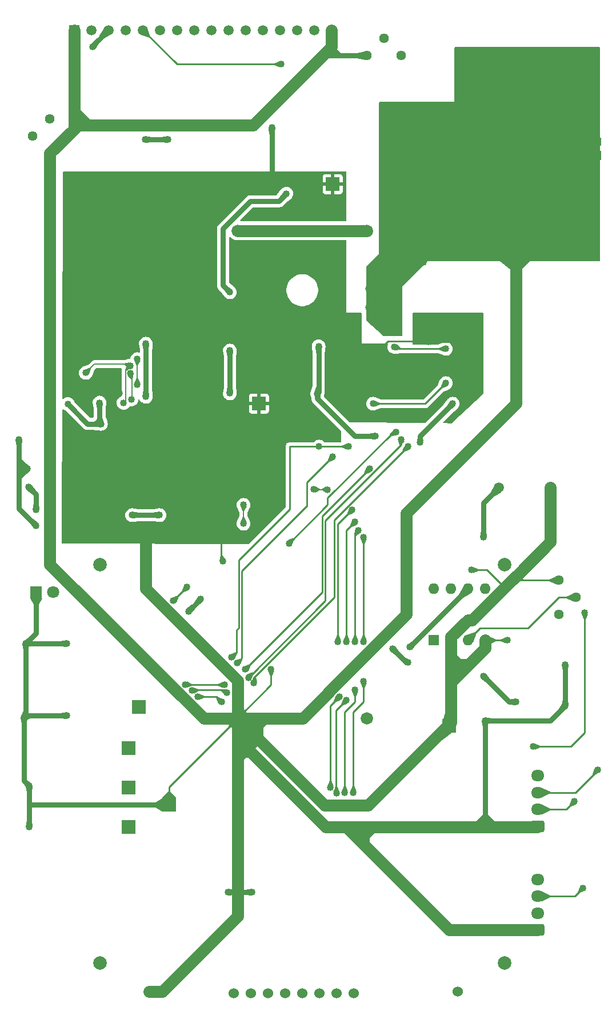
<source format=gbr>
%TF.GenerationSoftware,KiCad,Pcbnew,8.0.1*%
%TF.CreationDate,2024-04-14T16:22:20-07:00*%
%TF.ProjectId,ee110_alpha_board,65653131-305f-4616-9c70-68615f626f61,0.1*%
%TF.SameCoordinates,Original*%
%TF.FileFunction,Copper,L2,Bot*%
%TF.FilePolarity,Positive*%
%FSLAX46Y46*%
G04 Gerber Fmt 4.6, Leading zero omitted, Abs format (unit mm)*
G04 Created by KiCad (PCBNEW 8.0.1) date 2024-04-14 16:22:20*
%MOMM*%
%LPD*%
G01*
G04 APERTURE LIST*
G04 Aperture macros list*
%AMRoundRect*
0 Rectangle with rounded corners*
0 $1 Rounding radius*
0 $2 $3 $4 $5 $6 $7 $8 $9 X,Y pos of 4 corners*
0 Add a 4 corners polygon primitive as box body*
4,1,4,$2,$3,$4,$5,$6,$7,$8,$9,$2,$3,0*
0 Add four circle primitives for the rounded corners*
1,1,$1+$1,$2,$3*
1,1,$1+$1,$4,$5*
1,1,$1+$1,$6,$7*
1,1,$1+$1,$8,$9*
0 Add four rect primitives between the rounded corners*
20,1,$1+$1,$2,$3,$4,$5,0*
20,1,$1+$1,$4,$5,$6,$7,0*
20,1,$1+$1,$6,$7,$8,$9,0*
20,1,$1+$1,$8,$9,$2,$3,0*%
G04 Aperture macros list end*
%TA.AperFunction,SMDPad,CuDef*%
%ADD10R,0.410000X1.220000*%
%TD*%
%TA.AperFunction,SMDPad,CuDef*%
%ADD11R,0.410000X1.360000*%
%TD*%
%TA.AperFunction,ComponentPad*%
%ADD12R,2.000000X2.000000*%
%TD*%
%TA.AperFunction,ComponentPad*%
%ADD13C,1.508000*%
%TD*%
%TA.AperFunction,ComponentPad*%
%ADD14R,1.800000X1.800000*%
%TD*%
%TA.AperFunction,ComponentPad*%
%ADD15C,1.800000*%
%TD*%
%TA.AperFunction,ComponentPad*%
%ADD16C,1.524000*%
%TD*%
%TA.AperFunction,WasherPad*%
%ADD17C,2.000000*%
%TD*%
%TA.AperFunction,ComponentPad*%
%ADD18C,1.440000*%
%TD*%
%TA.AperFunction,ComponentPad*%
%ADD19RoundRect,0.250000X0.725000X-0.600000X0.725000X0.600000X-0.725000X0.600000X-0.725000X-0.600000X0*%
%TD*%
%TA.AperFunction,ComponentPad*%
%ADD20O,1.950000X1.700000*%
%TD*%
%TA.AperFunction,ComponentPad*%
%ADD21R,1.600000X1.600000*%
%TD*%
%TA.AperFunction,ComponentPad*%
%ADD22O,1.600000X1.600000*%
%TD*%
%TA.AperFunction,ComponentPad*%
%ADD23R,1.500000X1.500000*%
%TD*%
%TA.AperFunction,ComponentPad*%
%ADD24C,1.500000*%
%TD*%
%TA.AperFunction,ComponentPad*%
%ADD25C,1.828800*%
%TD*%
%TA.AperFunction,ViaPad*%
%ADD26C,1.016000*%
%TD*%
%TA.AperFunction,ViaPad*%
%ADD27C,1.397000*%
%TD*%
%TA.AperFunction,Conductor*%
%ADD28C,1.778000*%
%TD*%
%TA.AperFunction,Conductor*%
%ADD29C,0.762000*%
%TD*%
%TA.AperFunction,Conductor*%
%ADD30C,0.279400*%
%TD*%
%TA.AperFunction,Conductor*%
%ADD31C,0.152400*%
%TD*%
G04 APERTURE END LIST*
D10*
%TO.P,AE1,2,PCB_Trace*%
%TO.N,GND*%
X130546000Y-52864000D03*
D11*
X130556000Y-54934000D03*
%TD*%
D12*
%TO.P,,1,1*%
%TO.N,GND*%
X90932000Y-59182000D03*
%TD*%
D13*
%TO.P,LS1,M,2*%
%TO.N,GND*%
X123180000Y-104140000D03*
%TO.P,LS1,P,1*%
%TO.N,Net-(LS1-1)*%
X115580000Y-104140000D03*
%TD*%
D14*
%TO.P,D1,1,K*%
%TO.N,GND*%
X46990000Y-119634000D03*
D15*
%TO.P,D1,2,A*%
%TO.N,Net-(D1-A)*%
X49530000Y-119634000D03*
%TD*%
D16*
%TO.P,J3,8,C4*%
%TO.N,/gpio/KEYPAD_COL4*%
X94040000Y-179070000D03*
%TO.P,J3,7,C3*%
%TO.N,/gpio/KEYPAD_COL3*%
X91500000Y-179070000D03*
%TO.P,J3,6,C2*%
%TO.N,/gpio/KEYPAD_COL2*%
X88960000Y-179070000D03*
%TO.P,J3,5,C1*%
%TO.N,/gpio/KEYPAD_COL1*%
X86420000Y-179070000D03*
%TO.P,J3,4,R1*%
%TO.N,Net-(D4-A)*%
X83880000Y-179070000D03*
%TO.P,J3,3,R2*%
%TO.N,Net-(D5-A)*%
X81340000Y-179070000D03*
%TO.P,J3,2,R3*%
%TO.N,Net-(D6-A)*%
X78800000Y-179070000D03*
%TO.P,J3,1,R4*%
%TO.N,Net-(D7-A)*%
X76260000Y-179070000D03*
D17*
%TO.P,J3,*%
%TO.N,*%
X116420000Y-174570000D03*
X116420000Y-115570000D03*
X56420000Y-174570000D03*
X56420000Y-115570000D03*
%TD*%
D18*
%TO.P,RV2,1,1*%
%TO.N,+5V*%
X101092000Y-40132000D03*
%TO.P,RV2,2,2*%
%TO.N,Net-(DS1-PadA)*%
X98552000Y-37592000D03*
%TO.P,RV2,3,3*%
%TO.N,GND*%
X96012000Y-40132000D03*
%TD*%
D12*
%TO.P,,1,1*%
%TO.N,GND*%
X80010000Y-91694000D03*
%TD*%
%TO.P,,1,1*%
%TO.N,GND*%
X108204000Y-139446000D03*
%TD*%
D18*
%TO.P,RV3,1,1*%
%TO.N,/gpio/SPKR*%
X124460000Y-122936000D03*
%TO.P,RV3,2,2*%
%TO.N,Net-(U7-+)*%
X127000000Y-120396000D03*
%TO.P,RV3,3,3*%
%TO.N,GND*%
X124460000Y-117856000D03*
%TD*%
D19*
%TO.P,J6,1*%
%TO.N,GND*%
X121340000Y-169672000D03*
D20*
%TO.P,J6,2*%
%TO.N,Net-(J6-Pad2)*%
X121340000Y-167172000D03*
%TO.P,J6,3*%
%TO.N,/gpio/SERVO2_PWM*%
X121340000Y-164672000D03*
%TO.P,J6,4*%
%TO.N,Net-(D11-K)*%
X121340000Y-162172000D03*
%TD*%
D18*
%TO.P,RV1,1,1*%
%TO.N,+5V*%
X49022000Y-49530000D03*
%TO.P,RV1,2,2*%
%TO.N,Net-(DS1-V0)*%
X46482000Y-52070000D03*
%TO.P,RV1,3,3*%
%TO.N,GND*%
X49022000Y-54610000D03*
%TD*%
D21*
%TO.P,U7,1,GAIN*%
%TO.N,Net-(C26-Pad1)*%
X105928000Y-126736000D03*
D22*
%TO.P,U7,2,-*%
%TO.N,GND*%
X108468000Y-126736000D03*
%TO.P,U7,3,+*%
%TO.N,Net-(U7-+)*%
X111008000Y-126736000D03*
%TO.P,U7,4,GND*%
%TO.N,GND*%
X113548000Y-126736000D03*
%TO.P,U7,5*%
%TO.N,Net-(C24-Pad1)*%
X113548000Y-119116000D03*
%TO.P,U7,6,V+*%
%TO.N,+5V*%
X111008000Y-119116000D03*
%TO.P,U7,7,BYPASS*%
%TO.N,Net-(U7-BYPASS)*%
X108468000Y-119116000D03*
%TO.P,U7,8,GAIN*%
%TO.N,Net-(C26-Pad2)*%
X105928000Y-119116000D03*
%TD*%
D12*
%TO.P,TP1,1,1*%
%TO.N,/gpio/TEST_BUTTON*%
X60706000Y-142748000D03*
%TD*%
%TO.P,TP2,1,1*%
%TO.N,/gpio/TEST_GREEN*%
X60706000Y-148590000D03*
%TD*%
D19*
%TO.P,J5,1*%
%TO.N,GND*%
X121340000Y-154305000D03*
D20*
%TO.P,J5,2*%
%TO.N,Net-(J5-Pad2)*%
X121340000Y-151805000D03*
%TO.P,J5,3*%
%TO.N,/gpio/SERVO1_PWM*%
X121340000Y-149305000D03*
%TO.P,J5,4*%
%TO.N,Net-(D10-K)*%
X121340000Y-146805000D03*
%TD*%
D12*
%TO.P,TP3,1,1*%
%TO.N,/gpio/TEST_BLUE*%
X60706000Y-154432000D03*
%TD*%
D23*
%TO.P,DS1,1,VSS*%
%TO.N,GND*%
X52620000Y-36335000D03*
D24*
%TO.P,DS1,2,VDD*%
%TO.N,+5V*%
X55160000Y-36335000D03*
%TO.P,DS1,3,V0*%
%TO.N,Net-(DS1-V0)*%
X57700000Y-36335000D03*
%TO.P,DS1,4,RS*%
%TO.N,/gpio/LCD_RS*%
X60240000Y-36335000D03*
%TO.P,DS1,5,R/W*%
%TO.N,/gpio/LCD_RW*%
X62780000Y-36335000D03*
%TO.P,DS1,6,E*%
%TO.N,/gpio/LCD_E*%
X65320000Y-36335000D03*
%TO.P,DS1,7,DB0*%
%TO.N,Net-(DS1-DB0)*%
X67860000Y-36335000D03*
%TO.P,DS1,8,DB1*%
%TO.N,Net-(DS1-DB1)*%
X70400000Y-36335000D03*
%TO.P,DS1,9,DB2*%
%TO.N,Net-(DS1-DB2)*%
X72940000Y-36335000D03*
%TO.P,DS1,10,DB3*%
%TO.N,Net-(DS1-DB3)*%
X75480000Y-36335000D03*
%TO.P,DS1,11,DB4*%
%TO.N,Net-(DS1-DB4)*%
X78020000Y-36335000D03*
%TO.P,DS1,12,DB5*%
%TO.N,Net-(DS1-DB5)*%
X80560000Y-36335000D03*
%TO.P,DS1,13,DB6*%
%TO.N,Net-(DS1-DB6)*%
X83100000Y-36335000D03*
%TO.P,DS1,14,DB7*%
%TO.N,Net-(DS1-DB7)*%
X85640000Y-36335000D03*
%TO.P,DS1,A,A*%
%TO.N,Net-(DS1-PadA)*%
X88180000Y-36335000D03*
%TO.P,DS1,K,K*%
%TO.N,GND*%
X90720000Y-36335000D03*
%TD*%
D12*
%TO.P,TP5,1,1*%
%TO.N,GND*%
X66675000Y-151130000D03*
%TD*%
%TO.P,TP4,1,1*%
%TO.N,+3.3V*%
X62230000Y-136652000D03*
%TD*%
D16*
%TO.P,J1,1,Pin_1*%
%TO.N,+VBAT*%
X109474000Y-178816000D03*
%TO.P,J1,2,Pin_2*%
%TO.N,GND*%
X63754000Y-178816000D03*
%TD*%
D25*
%TO.P,B1,1*%
%TO.N,Net-(B1-Pad1)*%
X76856900Y-66065400D03*
%TO.P,B1,2*%
%TO.N,GND*%
X76856900Y-138328400D03*
%TO.P,B1,3*%
%TO.N,Net-(B1-Pad1)*%
X95983100Y-66065400D03*
%TO.P,B1,4*%
%TO.N,+VBAT*%
X95983100Y-138328400D03*
%TD*%
D26*
%TO.N,GND*%
X122174000Y-63500000D03*
X82042000Y-99060000D03*
X107061000Y-58801000D03*
X99822000Y-58547000D03*
X117221000Y-48387000D03*
X53086000Y-90932000D03*
X110998000Y-40640000D03*
X52324000Y-111506000D03*
X125222000Y-65151000D03*
X129413000Y-40767000D03*
X125398500Y-130314500D03*
X105156000Y-82550000D03*
X114173000Y-58039000D03*
X110236000Y-60198000D03*
X97028000Y-84582000D03*
X123190000Y-67310000D03*
X98298000Y-60960000D03*
X114935000Y-48514000D03*
X112522000Y-85344000D03*
X115570000Y-69342000D03*
X120650000Y-40640000D03*
X45212000Y-138176000D03*
X116967000Y-67818000D03*
X118872000Y-40132000D03*
X127254000Y-67310000D03*
X85852000Y-88900000D03*
X45974000Y-154432000D03*
X113792000Y-40005000D03*
X91694000Y-70866000D03*
X128778000Y-65532000D03*
X108585000Y-62103000D03*
X98552000Y-69469000D03*
X124714000Y-41656000D03*
X110236000Y-65151000D03*
X104394000Y-48387000D03*
X105029000Y-57023000D03*
X118364000Y-69469000D03*
X128778000Y-58166000D03*
X110490000Y-68326000D03*
X108585000Y-48133000D03*
X82169000Y-60325000D03*
X97282000Y-93980000D03*
X109982000Y-63500000D03*
X119380000Y-66294000D03*
X128778000Y-62992000D03*
X78994000Y-164084000D03*
X96266000Y-77470000D03*
X129413000Y-45974000D03*
X110363000Y-56896000D03*
X102235000Y-49276000D03*
D27*
X96266000Y-87630000D03*
D26*
X122174000Y-44450000D03*
X112522000Y-84328000D03*
X110871000Y-42799000D03*
X106426000Y-48387000D03*
X125603000Y-40005000D03*
X116840000Y-64135000D03*
X122555000Y-54610000D03*
X44450000Y-97028000D03*
X118745000Y-44577000D03*
X116840000Y-126746000D03*
X99441000Y-50038000D03*
X87376000Y-80010000D03*
X51562000Y-127254000D03*
X100457000Y-75438000D03*
X118999000Y-42672000D03*
X124968000Y-55499000D03*
X121158000Y-56896000D03*
X109220000Y-69723000D03*
X128016000Y-54102000D03*
X122936000Y-47752000D03*
X125984000Y-69342000D03*
X102108000Y-72771000D03*
X128016000Y-56388000D03*
X74676000Y-115062000D03*
X106426000Y-69850000D03*
X106172000Y-87376000D03*
X124968000Y-45720000D03*
X127508000Y-40132000D03*
X118872000Y-47117000D03*
X113411000Y-68834000D03*
X85090000Y-91440000D03*
X116459000Y-41021000D03*
X45974000Y-148336000D03*
X113538000Y-47879000D03*
X111252000Y-79502000D03*
X105283000Y-61849000D03*
X100457000Y-78867000D03*
X81788000Y-131064000D03*
X124968000Y-53975000D03*
X99822000Y-48260000D03*
X125398500Y-136410500D03*
X120396000Y-68834000D03*
X113411000Y-60198000D03*
X98552000Y-52578000D03*
X110236000Y-44577000D03*
X120904000Y-48641000D03*
X111633000Y-45847000D03*
X129540000Y-55372000D03*
X125222000Y-58166000D03*
X82042000Y-107188000D03*
X98552000Y-57023000D03*
X128778000Y-69342000D03*
X99949000Y-60325000D03*
X126873000Y-43942000D03*
X45466000Y-127254000D03*
X129667000Y-42672000D03*
X98552000Y-65024000D03*
X46990000Y-109765000D03*
X98806000Y-62484000D03*
X125730000Y-62484000D03*
X129540000Y-53340000D03*
X116840000Y-60452000D03*
X113665000Y-43180000D03*
X121666000Y-59690000D03*
X111506000Y-116332000D03*
X51816000Y-96774000D03*
X104394000Y-70739000D03*
X100584000Y-52451000D03*
X127508000Y-47752000D03*
X110490000Y-48260000D03*
X116967000Y-56769000D03*
X123063000Y-69342000D03*
X113030000Y-62738000D03*
X59309000Y-90170000D03*
X118491000Y-58674000D03*
X81915000Y-50800000D03*
X122555000Y-40132000D03*
X128778000Y-60706000D03*
X99314000Y-54864000D03*
D27*
X94234000Y-85344000D03*
D26*
X75438000Y-164084000D03*
X45720000Y-101346000D03*
X113538000Y-138684000D03*
X51562000Y-137922000D03*
X129413000Y-48641000D03*
X105664000Y-55118000D03*
X120650000Y-62230000D03*
X97028000Y-72009000D03*
X112522000Y-87122000D03*
X115443000Y-46355000D03*
X125730000Y-49276000D03*
X96266000Y-74676000D03*
X114554000Y-65786000D03*
%TO.N,Net-(U4-VDDS)*%
X103886000Y-97409000D03*
X88842243Y-83185000D03*
X97282000Y-96520000D03*
X108712000Y-91694000D03*
X88624365Y-90206122D03*
%TO.N,Net-(U4-VDDR)*%
X100076000Y-83309899D03*
X107696000Y-83566000D03*
%TO.N,+3.3V*%
X69575960Y-122448040D03*
X56578500Y-94678500D03*
X56388000Y-91540500D03*
X102108000Y-130048000D03*
X113284000Y-132080000D03*
X75692000Y-83820000D03*
X84074000Y-60579000D03*
X71374000Y-120650000D03*
X46990000Y-107442000D03*
X51689000Y-91751200D03*
X65278000Y-108204000D03*
X118110000Y-135890000D03*
X99822000Y-128016000D03*
X61214000Y-108204000D03*
X45882585Y-104048585D03*
X75692000Y-75184000D03*
X75692000Y-90170000D03*
%TO.N,+5V*%
X102362000Y-127762000D03*
X63246000Y-90678000D03*
X66548000Y-52578000D03*
X63119000Y-52578000D03*
X63246000Y-82804000D03*
%TO.N,Net-(J5-Pad2)*%
X126746000Y-150622000D03*
%TO.N,/gpio/LCD_RW*%
X83312000Y-41402000D03*
%TO.N,/gpio/KEYPAD_ROWA*%
X90932000Y-99568000D03*
X76772185Y-130112185D03*
%TO.N,/gpio/KEYPAD_ROWB*%
X75946000Y-129286000D03*
X93297901Y-98044000D03*
X88900000Y-98044000D03*
%TO.N,/gpio/KEYPAD_COL1*%
X90593915Y-148590000D03*
X91694000Y-127000000D03*
X91909245Y-135108777D03*
X93797903Y-107442000D03*
%TO.N,/gpio/KEYPAD_COL2*%
X92955960Y-135627960D03*
X91462114Y-149371917D03*
X92964000Y-127000000D03*
X94234000Y-109220000D03*
%TO.N,/gpio/KEYPAD_COL3*%
X94234000Y-134112000D03*
X94234000Y-127000000D03*
X94705133Y-110445585D03*
X92710000Y-149352000D03*
%TO.N,/gpio/KEYPAD_COL4*%
X95504000Y-132842000D03*
X95504000Y-127000000D03*
X93980000Y-149352000D03*
X95504000Y-111506000D03*
%TO.N,/gpio/SERVO1_PWM*%
X130175000Y-145923000D03*
%TO.N,/gpio/SERVO2_PWM*%
X128016000Y-163449000D03*
%TO.N,/gpio/SERVO2_POS*%
X128270000Y-122682000D03*
X120650000Y-142494000D03*
%TO.N,Net-(D2-K)*%
X90182855Y-104406855D03*
X88125145Y-104381145D03*
%TO.N,Net-(U4-DCDC_SW)*%
X96901000Y-91694000D03*
X107696000Y-88646000D03*
%TO.N,Net-(U3-MR)*%
X69342000Y-118872000D03*
X67310000Y-120904000D03*
%TO.N,/gpio/SPI_MOSI*%
X61976000Y-85090000D03*
X61976000Y-88900000D03*
%TO.N,/gpio/SPI_SCLK*%
X61081114Y-91100714D03*
X60960000Y-87207803D03*
%TO.N,/gpio/SPI_MISO*%
X54356000Y-87122000D03*
X59944000Y-91567000D03*
X60960000Y-86039400D03*
%TO.N,Net-(LS1-1)*%
X113284000Y-111506000D03*
%TO.N,Net-(DS1-V0)*%
X55372000Y-38862000D03*
%TO.N,/gpio/TEST_BUTTON*%
X77978000Y-131064000D03*
X69088000Y-133300250D03*
X96398101Y-101346000D03*
X74930000Y-133350000D03*
%TO.N,/gpio/TEST_GREEN*%
X101092000Y-97028000D03*
X70104000Y-134189250D03*
X78421815Y-132269815D03*
X75259900Y-134531276D03*
%TO.N,/gpio/TEST_BLUE*%
X79248000Y-133096000D03*
X74460100Y-135890000D03*
X102108000Y-98044000D03*
X70884000Y-135110000D03*
%TO.N,Net-(D12-A)*%
X100291900Y-95885000D03*
X77724000Y-109474000D03*
X84455000Y-112395000D03*
X77724000Y-106680000D03*
%TD*%
D28*
%TO.N,Net-(B1-Pad1)*%
X76856900Y-66065400D02*
X95983100Y-66065400D01*
%TO.N,GND*%
X113538000Y-154432000D02*
X112522000Y-154432000D01*
X76835000Y-164084000D02*
X76835000Y-143764000D01*
D29*
X78994000Y-164084000D02*
X76835000Y-164084000D01*
D28*
X108468000Y-126736000D02*
X108468000Y-126228000D01*
D29*
X46482000Y-151130000D02*
X45974000Y-151130000D01*
D28*
X53159000Y-50473000D02*
X52620000Y-51012000D01*
D29*
X96012000Y-40132000D02*
X91948000Y-40132000D01*
D28*
X123180000Y-104140000D02*
X123180000Y-112155450D01*
D29*
X45720000Y-101346000D02*
X44450000Y-100076000D01*
X46990000Y-119634000D02*
X46990000Y-125730000D01*
D28*
X118110000Y-71374000D02*
X118364000Y-69469000D01*
X90720000Y-38863000D02*
X89239000Y-40344000D01*
X52620000Y-48514000D02*
X52620000Y-36335000D01*
X118110000Y-71374000D02*
X120396000Y-69088000D01*
X89239000Y-40344000D02*
X79110000Y-50473000D01*
D30*
X66675000Y-151130000D02*
X66675000Y-148510300D01*
D29*
X125398500Y-130314500D02*
X125398500Y-136410500D01*
D28*
X108468000Y-138924500D02*
X108468000Y-133096000D01*
D30*
X74676000Y-115062000D02*
X74422000Y-114808000D01*
D28*
X95504000Y-154432000D02*
X92960500Y-154432000D01*
D29*
X46482000Y-151130000D02*
X46228000Y-151130000D01*
D30*
X111506000Y-116332000D02*
X113792000Y-116332000D01*
X117479450Y-117856000D02*
X117413725Y-117921725D01*
D29*
X66675000Y-151130000D02*
X46482000Y-151130000D01*
D28*
X49022000Y-54610000D02*
X52620000Y-51012000D01*
X76856900Y-138328400D02*
X79244500Y-140716000D01*
X110039685Y-131375685D02*
X110039685Y-131365685D01*
X78740000Y-143256000D02*
X77724000Y-143256000D01*
X111055685Y-130359685D02*
X109541685Y-130359685D01*
X79756000Y-138328400D02*
X79756000Y-139446000D01*
D29*
X113538000Y-138684000D02*
X113538000Y-153416000D01*
D28*
X112522000Y-154432000D02*
X113538000Y-153416000D01*
D29*
X91948000Y-40132000D02*
X91948000Y-40091000D01*
D28*
X89735000Y-151203000D02*
X79756000Y-141224000D01*
D29*
X45720000Y-101346000D02*
X44704000Y-101346000D01*
D28*
X76835000Y-143764000D02*
X77216000Y-143764000D01*
D29*
X45974000Y-150876000D02*
X45974000Y-148336000D01*
X44450000Y-107225000D02*
X46990000Y-109765000D01*
D28*
X108468000Y-129286000D02*
X108468000Y-126736000D01*
D29*
X46990000Y-125730000D02*
X45466000Y-127254000D01*
D30*
X44450000Y-101346000D02*
X44450000Y-101600000D01*
D28*
X95502250Y-156973750D02*
X92960500Y-154432000D01*
X79110000Y-50473000D02*
X54610000Y-50473000D01*
D29*
X45466000Y-137922000D02*
X45212000Y-138176000D01*
D28*
X63246000Y-119098500D02*
X63246000Y-111760000D01*
X76856900Y-132709400D02*
X63246000Y-119098500D01*
D30*
X111252000Y-79502000D02*
X108204000Y-82550000D01*
D28*
X76856900Y-138328400D02*
X76856900Y-132709400D01*
D30*
X76856900Y-138281100D02*
X76856900Y-138328400D01*
D28*
X77724000Y-143256000D02*
X77216000Y-143764000D01*
X79756000Y-139446000D02*
X79756000Y-139344400D01*
X95504000Y-156972000D02*
X95504000Y-155702000D01*
X79756000Y-139446000D02*
X79756000Y-141224000D01*
X101854000Y-122936000D02*
X101854000Y-107950000D01*
X90720000Y-36335000D02*
X90720000Y-38863000D01*
D29*
X125398500Y-136410500D02*
X123125000Y-138684000D01*
X51562000Y-137922000D02*
X45466000Y-137922000D01*
D28*
X89916000Y-154432000D02*
X78740000Y-143256000D01*
D30*
X113538000Y-153416000D02*
X113538000Y-154432000D01*
X81788000Y-133350000D02*
X76856900Y-138281100D01*
D28*
X111596150Y-123739300D02*
X110956700Y-123739300D01*
D29*
X45720000Y-101346000D02*
X44450000Y-102616000D01*
D28*
X54610000Y-50473000D02*
X53159000Y-50473000D01*
X96774000Y-154432000D02*
X95504000Y-154432000D01*
X108468000Y-129794000D02*
X108468000Y-129286000D01*
D29*
X45212000Y-147574000D02*
X45974000Y-148336000D01*
D28*
X101854000Y-107950000D02*
X118110000Y-91694000D01*
D29*
X123125000Y-138684000D02*
X113538000Y-138684000D01*
D28*
X108468000Y-126228000D02*
X110956700Y-123739300D01*
X79756000Y-138328400D02*
X80772000Y-138328400D01*
X113548000Y-127867370D02*
X111055685Y-130359685D01*
X123180000Y-112155450D02*
X118302725Y-117032725D01*
X121213000Y-154432000D02*
X114554000Y-154432000D01*
D29*
X45974000Y-151130000D02*
X45974000Y-150876000D01*
D28*
X111055685Y-130359685D02*
X110039685Y-131375685D01*
X108468000Y-133096000D02*
X108468000Y-129794000D01*
D29*
X45466000Y-127254000D02*
X45466000Y-137922000D01*
D30*
X116840000Y-126746000D02*
X116830000Y-126736000D01*
D28*
X118364000Y-69469000D02*
X118110000Y-70104000D01*
X115570000Y-69342000D02*
X116586000Y-69850000D01*
X118110000Y-71374000D02*
X115570000Y-69342000D01*
D29*
X46228000Y-151130000D02*
X45974000Y-150876000D01*
D30*
X81788000Y-131064000D02*
X81788000Y-133350000D01*
D28*
X121340000Y-169672000D02*
X108200500Y-169672000D01*
X96774000Y-154432000D02*
X95504000Y-155702000D01*
X78740000Y-143256000D02*
X78232000Y-142748000D01*
D30*
X74422000Y-114808000D02*
X74422000Y-112268000D01*
D29*
X44450000Y-102616000D02*
X44450000Y-107225000D01*
D28*
X117413725Y-117921725D02*
X116397725Y-118937725D01*
X52620000Y-48514000D02*
X52651000Y-48514000D01*
X79244500Y-140716000D02*
X79248000Y-140716000D01*
X76835000Y-167640000D02*
X76835000Y-164084000D01*
D29*
X44450000Y-100076000D02*
X44450000Y-101346000D01*
D30*
X105068199Y-82462199D02*
X99147801Y-82462199D01*
D28*
X78232000Y-141986000D02*
X78232000Y-140970000D01*
X110039685Y-131375685D02*
X108468000Y-132947370D01*
X95504000Y-155702000D02*
X95504000Y-154432000D01*
D30*
X108204000Y-82550000D02*
X105156000Y-82550000D01*
X66675000Y-148510300D02*
X76856900Y-138328400D01*
D28*
X118302725Y-117032725D02*
X117413725Y-117921725D01*
X86461600Y-138328400D02*
X90312245Y-134477755D01*
X78232000Y-142748000D02*
X78232000Y-141986000D01*
X76835000Y-138350300D02*
X76856900Y-138328400D01*
X90312245Y-134477755D02*
X90312245Y-134447277D01*
D30*
X119126000Y-117856000D02*
X118302725Y-117032725D01*
D28*
X92960500Y-154432000D02*
X89916000Y-154432000D01*
X76856900Y-138328400D02*
X71843900Y-138328400D01*
D29*
X46228000Y-151130000D02*
X45974000Y-151384000D01*
D28*
X71843900Y-138328400D02*
X49022000Y-115506500D01*
X113538000Y-153416000D02*
X114554000Y-154432000D01*
D30*
X99147801Y-82462199D02*
X97028000Y-84582000D01*
D28*
X90312245Y-134447277D02*
X91247745Y-133511777D01*
X95502250Y-156973750D02*
X95504000Y-156972000D01*
X80772000Y-138328400D02*
X86461600Y-138328400D01*
X112522000Y-154432000D02*
X96774000Y-154432000D01*
D29*
X45974000Y-154432000D02*
X45974000Y-151384000D01*
D28*
X52651000Y-48514000D02*
X54610000Y-50473000D01*
D29*
X91948000Y-40091000D02*
X90720000Y-38863000D01*
X44450000Y-97028000D02*
X44450000Y-100076000D01*
D28*
X49022000Y-115506500D02*
X49022000Y-54610000D01*
D29*
X51562000Y-127254000D02*
X45466000Y-127254000D01*
D28*
X118110000Y-91694000D02*
X118110000Y-71374000D01*
X108200500Y-169672000D02*
X95502250Y-156973750D01*
X65659000Y-178816000D02*
X76835000Y-167640000D01*
D30*
X105156000Y-82550000D02*
X105068199Y-82462199D01*
D28*
X110039685Y-131365685D02*
X108468000Y-129794000D01*
X108468000Y-132947370D02*
X108468000Y-133096000D01*
X96189500Y-151203000D02*
X89735000Y-151203000D01*
D29*
X75438000Y-164084000D02*
X76835000Y-164084000D01*
D28*
X76856900Y-138328400D02*
X79756000Y-138328400D01*
X77216000Y-143764000D02*
X79756000Y-141224000D01*
X116397725Y-118937725D02*
X111596150Y-123739300D01*
X76835000Y-143764000D02*
X76835000Y-138350300D01*
D29*
X45212000Y-138176000D02*
X45212000Y-147574000D01*
D28*
X91278223Y-133511777D02*
X101854000Y-122936000D01*
X114554000Y-154432000D02*
X113538000Y-154432000D01*
D29*
X45974000Y-151384000D02*
X45974000Y-151130000D01*
D28*
X108468000Y-138924500D02*
X96189500Y-151203000D01*
D30*
X82169000Y-60325000D02*
X81915000Y-60071000D01*
D29*
X91948000Y-40132000D02*
X89451000Y-40132000D01*
X89451000Y-40132000D02*
X89239000Y-40344000D01*
D30*
X124460000Y-117856000D02*
X119126000Y-117856000D01*
D28*
X52620000Y-51012000D02*
X52620000Y-48514000D01*
X109541685Y-130359685D02*
X108468000Y-129286000D01*
D30*
X119126000Y-117856000D02*
X117479450Y-117856000D01*
X116830000Y-126736000D02*
X113548000Y-126736000D01*
D28*
X63754000Y-178816000D02*
X65659000Y-178816000D01*
X79756000Y-141224000D02*
X79248000Y-140716000D01*
D29*
X44450000Y-101600000D02*
X44450000Y-102616000D01*
D28*
X113548000Y-126736000D02*
X113548000Y-127867370D01*
D29*
X81915000Y-60071000D02*
X81915000Y-50800000D01*
D30*
X113792000Y-116332000D02*
X116397725Y-118937725D01*
D28*
X120396000Y-69088000D02*
X120396000Y-68834000D01*
D30*
X44704000Y-101346000D02*
X44450000Y-101346000D01*
D28*
X121340000Y-154305000D02*
X121213000Y-154432000D01*
X91247745Y-133511777D02*
X91278223Y-133511777D01*
X79756000Y-139344400D02*
X80772000Y-138328400D01*
D30*
X44704000Y-101346000D02*
X44450000Y-101600000D01*
D29*
%TO.N,Net-(U4-VDDS)*%
X103886000Y-96520000D02*
X108712000Y-91694000D01*
X94234000Y-96520000D02*
X97282000Y-96520000D01*
X88842243Y-89988244D02*
X88624365Y-90206122D01*
X103886000Y-97409000D02*
X103886000Y-96520000D01*
X88842243Y-83185000D02*
X88842243Y-89988244D01*
X88624365Y-90206122D02*
X88624365Y-90910365D01*
X88624365Y-90910365D02*
X94234000Y-96520000D01*
D30*
%TO.N,Net-(U4-VDDR)*%
X100332101Y-83566000D02*
X107696000Y-83566000D01*
X100076000Y-83309899D02*
X100332101Y-83566000D01*
D29*
%TO.N,+3.3V*%
X54616300Y-94678500D02*
X51689000Y-91751200D01*
X78740000Y-61722000D02*
X74676000Y-65786000D01*
X56388000Y-94488000D02*
X56578500Y-94678500D01*
X84074000Y-60579000D02*
X82931000Y-61722000D01*
X46990000Y-107442000D02*
X46990000Y-105156000D01*
X82931000Y-61722000D02*
X78740000Y-61722000D01*
X56388000Y-93980000D02*
X56388000Y-94488000D01*
X55753000Y-94678500D02*
X54616300Y-94678500D01*
X56388000Y-94043500D02*
X55753000Y-94678500D01*
X56388000Y-93980000D02*
X56388000Y-94043500D01*
X74676000Y-74168000D02*
X75692000Y-75184000D01*
X117094000Y-135890000D02*
X113284000Y-132080000D01*
X101854000Y-130048000D02*
X99822000Y-128016000D01*
X56388000Y-91540500D02*
X56388000Y-93980000D01*
X56578500Y-94678500D02*
X55753000Y-94678500D01*
X65278000Y-108204000D02*
X61214000Y-108204000D01*
X71374000Y-120650000D02*
X69575960Y-122448040D01*
X118110000Y-135890000D02*
X117094000Y-135890000D01*
X75692000Y-90170000D02*
X75692000Y-83820000D01*
X102108000Y-130048000D02*
X101854000Y-130048000D01*
X74676000Y-65786000D02*
X74676000Y-74168000D01*
X46990000Y-105156000D02*
X45882585Y-104048585D01*
%TO.N,+5V*%
X66548000Y-52578000D02*
X63119000Y-52578000D01*
X111008000Y-119116000D02*
X102362000Y-127762000D01*
X63246000Y-90678000D02*
X63246000Y-82804000D01*
D30*
%TO.N,Net-(J5-Pad2)*%
X126746000Y-150622000D02*
X125563000Y-151805000D01*
X125563000Y-151805000D02*
X121340000Y-151805000D01*
%TO.N,/gpio/LCD_RW*%
X67847000Y-41402000D02*
X62780000Y-36335000D01*
X83312000Y-41402000D02*
X67847000Y-41402000D01*
%TO.N,/gpio/KEYPAD_ROWA*%
X87122000Y-106934000D02*
X87122000Y-103378000D01*
X87049000Y-106934000D02*
X87122000Y-106934000D01*
X77470000Y-116513000D02*
X87049000Y-106934000D01*
X77470000Y-129414370D02*
X77470000Y-116513000D01*
X76772185Y-130112185D02*
X77470000Y-129414370D01*
X87122000Y-103378000D02*
X90932000Y-99568000D01*
%TO.N,/gpio/KEYPAD_ROWB*%
X84582000Y-107326487D02*
X77038200Y-114870287D01*
X76668910Y-125261090D02*
X76668910Y-128563090D01*
X77038200Y-124891800D02*
X76668910Y-125261090D01*
X93297901Y-98044000D02*
X84582000Y-98044000D01*
X77038200Y-114870287D02*
X77038200Y-124891800D01*
X76668910Y-128563090D02*
X75946000Y-129286000D01*
X84582000Y-98044000D02*
X84582000Y-107326487D01*
%TO.N,/gpio/KEYPAD_COL1*%
X90593915Y-148632035D02*
X90678000Y-148716120D01*
X90593915Y-148590000D02*
X90593915Y-136424107D01*
X91694000Y-127000000D02*
X91694000Y-109545903D01*
X91694000Y-109545903D02*
X93797903Y-107442000D01*
X90593915Y-148590000D02*
X90593915Y-148632035D01*
X90593915Y-136424107D02*
X91909245Y-135108777D01*
%TO.N,/gpio/KEYPAD_COL2*%
X92964000Y-110490000D02*
X94234000Y-109220000D01*
X92964000Y-127000000D02*
X92964000Y-110490000D01*
X91440000Y-149349803D02*
X91440000Y-137143920D01*
X91440000Y-137143920D02*
X92955960Y-135627960D01*
X91462114Y-149371917D02*
X91440000Y-149349803D01*
%TO.N,/gpio/KEYPAD_COL3*%
X94234000Y-127000000D02*
X94234000Y-110916718D01*
X94234000Y-110916718D02*
X94705133Y-110445585D01*
X92710000Y-137414000D02*
X94234000Y-135890000D01*
X92710000Y-149352000D02*
X92710000Y-137414000D01*
X94234000Y-135890000D02*
X94234000Y-134112000D01*
%TO.N,/gpio/KEYPAD_COL4*%
X93980000Y-137414000D02*
X95504000Y-135890000D01*
X93980000Y-149352000D02*
X93980000Y-137414000D01*
X95504000Y-135890000D02*
X95504000Y-132842000D01*
X95504000Y-127000000D02*
X95504000Y-111506000D01*
%TO.N,/gpio/SERVO1_PWM*%
X126920000Y-149305000D02*
X121340000Y-149305000D01*
X130175000Y-145923000D02*
X130175000Y-146050000D01*
X130175000Y-146050000D02*
X126920000Y-149305000D01*
%TO.N,/gpio/SERVO2_PWM*%
X128016000Y-163449000D02*
X126793000Y-164672000D01*
X126793000Y-164672000D02*
X121340000Y-164672000D01*
%TO.N,/gpio/SERVO2_POS*%
X126238000Y-142494000D02*
X128270000Y-140462000D01*
X128270000Y-140462000D02*
X128270000Y-122682000D01*
X120650000Y-142494000D02*
X126238000Y-142494000D01*
D31*
%TO.N,Net-(D2-K)*%
X88150855Y-104406855D02*
X88125145Y-104381145D01*
X90182855Y-104406855D02*
X88150855Y-104406855D01*
D30*
%TO.N,Net-(U4-DCDC_SW)*%
X104648000Y-91694000D02*
X107696000Y-88646000D01*
X96901000Y-91694000D02*
X104648000Y-91694000D01*
%TO.N,Net-(U3-MR)*%
X69342000Y-118872000D02*
X67310000Y-120904000D01*
D31*
%TO.N,/gpio/SPI_MOSI*%
X61976000Y-88900000D02*
X61976000Y-85090000D01*
%TO.N,/gpio/SPI_SCLK*%
X61214000Y-87461803D02*
X60960000Y-87207803D01*
X61081114Y-91100714D02*
X61214000Y-90967828D01*
X61214000Y-90967828D02*
X61214000Y-87461803D01*
%TO.N,/gpio/SPI_MISO*%
X55626000Y-85852000D02*
X54356000Y-87122000D01*
X60223400Y-86776000D02*
X60223400Y-91287600D01*
X60772600Y-85852000D02*
X55626000Y-85852000D01*
X60960000Y-86039400D02*
X60223400Y-86776000D01*
X60960000Y-86039400D02*
X60772600Y-85852000D01*
X60223400Y-91287600D02*
X59944000Y-91567000D01*
D29*
%TO.N,Net-(LS1-1)*%
X113284000Y-106436000D02*
X113284000Y-111506000D01*
X115580000Y-104140000D02*
X113284000Y-106436000D01*
%TO.N,Net-(DS1-V0)*%
X55372000Y-38862000D02*
X55372000Y-38663000D01*
X55372000Y-38663000D02*
X57700000Y-36335000D01*
D30*
%TO.N,/gpio/TEST_BUTTON*%
X69088000Y-133300250D02*
X69137750Y-133350000D01*
X89408000Y-108336101D02*
X96398101Y-101346000D01*
X89408000Y-119634000D02*
X89408000Y-108336101D01*
X77978000Y-131064000D02*
X89408000Y-119634000D01*
X69137750Y-133350000D02*
X74930000Y-133350000D01*
%TO.N,/gpio/TEST_GREEN*%
X70104000Y-134189250D02*
X70181250Y-134112000D01*
X89839800Y-109035814D02*
X101092000Y-97783614D01*
X74979763Y-134531276D02*
X75259900Y-134531276D01*
X70181250Y-134112000D02*
X74560487Y-134112000D01*
X89839800Y-120851830D02*
X89839800Y-109035814D01*
X101092000Y-97783614D02*
X101092000Y-97028000D01*
X78421815Y-132269815D02*
X89839800Y-120851830D01*
X74560487Y-134112000D02*
X74979763Y-134531276D01*
%TO.N,Net-(U7-+)*%
X124460000Y-120396000D02*
X119888000Y-124968000D01*
X127000000Y-120396000D02*
X124460000Y-120396000D01*
X112776000Y-124968000D02*
X111008000Y-126736000D01*
X119888000Y-124968000D02*
X112776000Y-124968000D01*
%TO.N,/gpio/TEST_BLUE*%
X102064390Y-98044000D02*
X102108000Y-98044000D01*
X91186000Y-120396000D02*
X91186000Y-108922390D01*
X79248000Y-132334000D02*
X91186000Y-120396000D01*
X79248000Y-133096000D02*
X79248000Y-132334000D01*
X91186000Y-108922390D02*
X102064390Y-98044000D01*
X73680100Y-135110000D02*
X70884000Y-135110000D01*
X74460100Y-135890000D02*
X73680100Y-135110000D01*
D31*
%TO.N,Net-(D12-A)*%
X77724000Y-106680000D02*
X77724000Y-109474000D01*
D30*
X84455000Y-112395000D02*
X90170000Y-106680000D01*
X99949000Y-95885000D02*
X100291900Y-95885000D01*
X90170000Y-106680000D02*
X90170000Y-105664000D01*
X90170000Y-105664000D02*
X99949000Y-95885000D01*
%TD*%
%TA.AperFunction,Conductor*%
%TO.N,GND*%
G36*
X130499039Y-38881685D02*
G01*
X130544794Y-38934489D01*
X130556000Y-38986000D01*
X130556000Y-70488000D01*
X130536315Y-70555039D01*
X130483511Y-70600794D01*
X130432000Y-70612000D01*
X105029000Y-70612000D01*
X101219000Y-74295000D01*
X101219000Y-81537000D01*
X101199315Y-81604039D01*
X101146511Y-81649794D01*
X101095000Y-81661000D01*
X98472583Y-81661000D01*
X98405544Y-81641315D01*
X98389631Y-81629168D01*
X95926048Y-79411943D01*
X95889387Y-79352465D01*
X95885000Y-79319775D01*
X95885000Y-71427884D01*
X95904685Y-71360845D01*
X95924393Y-71337233D01*
X96701429Y-70612000D01*
X97790000Y-69596000D01*
X97790000Y-47114000D01*
X97809685Y-47046961D01*
X97862489Y-47001206D01*
X97914000Y-46990000D01*
X108966000Y-46990000D01*
X108966000Y-38986000D01*
X108985685Y-38918961D01*
X109038489Y-38873206D01*
X109090000Y-38862000D01*
X130432000Y-38862000D01*
X130499039Y-38881685D01*
G37*
%TD.AperFunction*%
%TD*%
%TA.AperFunction,Conductor*%
%TO.N,GND*%
G36*
X92907039Y-57296685D02*
G01*
X92952794Y-57349489D01*
X92964000Y-57401000D01*
X92964000Y-64543900D01*
X92944315Y-64610939D01*
X92891511Y-64656694D01*
X92840000Y-64667900D01*
X77351404Y-64667900D01*
X77284365Y-64648215D01*
X77238610Y-64595411D01*
X77228666Y-64526253D01*
X77257691Y-64462697D01*
X77263723Y-64456219D01*
X79072124Y-62647819D01*
X79133447Y-62614334D01*
X79159805Y-62611500D01*
X83018609Y-62611500D01*
X83018610Y-62611499D01*
X83190458Y-62577317D01*
X83352336Y-62510265D01*
X83498023Y-62412920D01*
X83929615Y-61981326D01*
X83945013Y-61968684D01*
X83944949Y-61968601D01*
X83948111Y-61966141D01*
X83948353Y-61965943D01*
X83948426Y-61965892D01*
X83948447Y-61965881D01*
X84627309Y-61437876D01*
X84636543Y-61431882D01*
X84636399Y-61431666D01*
X84641465Y-61428280D01*
X84641464Y-61428280D01*
X84641469Y-61428278D01*
X84673235Y-61402206D01*
X84675609Y-61400309D01*
X84738076Y-61351726D01*
X84762232Y-61331725D01*
X84763306Y-61330779D01*
X84769403Y-61324420D01*
X84780222Y-61314406D01*
X84796252Y-61301252D01*
X84923278Y-61146469D01*
X85017667Y-60969880D01*
X85075792Y-60778269D01*
X85095418Y-60579000D01*
X85075792Y-60379731D01*
X85030324Y-60229844D01*
X89432000Y-60229844D01*
X89438401Y-60289372D01*
X89438403Y-60289379D01*
X89488645Y-60424086D01*
X89488649Y-60424093D01*
X89574809Y-60539187D01*
X89574812Y-60539190D01*
X89689906Y-60625350D01*
X89689913Y-60625354D01*
X89824620Y-60675596D01*
X89824627Y-60675598D01*
X89884155Y-60681999D01*
X89884172Y-60682000D01*
X90682000Y-60682000D01*
X90682000Y-59615012D01*
X90739007Y-59647925D01*
X90866174Y-59682000D01*
X90997826Y-59682000D01*
X91124993Y-59647925D01*
X91182000Y-59615012D01*
X91182000Y-60682000D01*
X91979828Y-60682000D01*
X91979844Y-60681999D01*
X92039372Y-60675598D01*
X92039379Y-60675596D01*
X92174086Y-60625354D01*
X92174093Y-60625350D01*
X92289187Y-60539190D01*
X92289190Y-60539187D01*
X92375350Y-60424093D01*
X92375354Y-60424086D01*
X92425596Y-60289379D01*
X92425598Y-60289372D01*
X92431999Y-60229844D01*
X92432000Y-60229827D01*
X92432000Y-59432000D01*
X91365012Y-59432000D01*
X91397925Y-59374993D01*
X91432000Y-59247826D01*
X91432000Y-59116174D01*
X91397925Y-58989007D01*
X91365012Y-58932000D01*
X92432000Y-58932000D01*
X92432000Y-58134172D01*
X92431999Y-58134155D01*
X92425598Y-58074627D01*
X92425596Y-58074620D01*
X92375354Y-57939913D01*
X92375350Y-57939906D01*
X92289190Y-57824812D01*
X92289187Y-57824809D01*
X92174093Y-57738649D01*
X92174086Y-57738645D01*
X92039379Y-57688403D01*
X92039372Y-57688401D01*
X91979844Y-57682000D01*
X91182000Y-57682000D01*
X91182000Y-58748988D01*
X91124993Y-58716075D01*
X90997826Y-58682000D01*
X90866174Y-58682000D01*
X90739007Y-58716075D01*
X90682000Y-58748988D01*
X90682000Y-57682000D01*
X89884155Y-57682000D01*
X89824627Y-57688401D01*
X89824620Y-57688403D01*
X89689913Y-57738645D01*
X89689906Y-57738649D01*
X89574812Y-57824809D01*
X89574809Y-57824812D01*
X89488649Y-57939906D01*
X89488645Y-57939913D01*
X89438403Y-58074620D01*
X89438401Y-58074627D01*
X89432000Y-58134155D01*
X89432000Y-58932000D01*
X90498988Y-58932000D01*
X90466075Y-58989007D01*
X90432000Y-59116174D01*
X90432000Y-59247826D01*
X90466075Y-59374993D01*
X90498988Y-59432000D01*
X89432000Y-59432000D01*
X89432000Y-60229844D01*
X85030324Y-60229844D01*
X85017667Y-60188120D01*
X84923278Y-60011531D01*
X84837770Y-59907338D01*
X84796252Y-59856747D01*
X84715801Y-59790724D01*
X84641469Y-59729722D01*
X84641465Y-59729720D01*
X84641463Y-59729718D01*
X84464881Y-59635333D01*
X84273271Y-59577208D01*
X84074000Y-59557582D01*
X83874728Y-59577208D01*
X83683118Y-59635333D01*
X83506536Y-59729718D01*
X83351747Y-59856749D01*
X83318938Y-59896726D01*
X83309141Y-59907338D01*
X83301277Y-59914917D01*
X83301273Y-59914921D01*
X83252725Y-59977340D01*
X83250702Y-59979871D01*
X83224725Y-60011525D01*
X83221343Y-60016588D01*
X83221127Y-60016444D01*
X83215133Y-60025672D01*
X82687101Y-60704572D01*
X82682783Y-60710388D01*
X82670912Y-60724142D01*
X82598876Y-60796180D01*
X82537554Y-60829666D01*
X82511194Y-60832500D01*
X78652387Y-60832500D01*
X78480549Y-60866681D01*
X78480537Y-60866684D01*
X78318670Y-60933731D01*
X78318657Y-60933738D01*
X78172977Y-61031079D01*
X78172973Y-61031082D01*
X74747838Y-64456219D01*
X74108977Y-65095080D01*
X74047027Y-65157029D01*
X73985078Y-65218978D01*
X73887738Y-65364657D01*
X73887731Y-65364670D01*
X73820684Y-65526537D01*
X73820681Y-65526549D01*
X73786500Y-65698387D01*
X73786500Y-74255612D01*
X73820681Y-74427450D01*
X73820684Y-74427462D01*
X73887731Y-74589329D01*
X73887738Y-74589342D01*
X73985079Y-74735022D01*
X73985082Y-74735026D01*
X74289663Y-75039606D01*
X74302318Y-75055015D01*
X74302400Y-75054952D01*
X74304803Y-75058042D01*
X74305039Y-75058329D01*
X74305115Y-75058443D01*
X74833129Y-75737321D01*
X74839122Y-75746549D01*
X74839338Y-75746405D01*
X74842722Y-75751469D01*
X74868725Y-75783155D01*
X74870749Y-75785689D01*
X74919269Y-75848071D01*
X74939276Y-75872234D01*
X74940219Y-75873305D01*
X74940225Y-75873311D01*
X74946576Y-75879402D01*
X74956597Y-75890228D01*
X74969748Y-75906252D01*
X75124531Y-76033278D01*
X75124534Y-76033280D01*
X75124536Y-76033281D01*
X75301118Y-76127666D01*
X75301120Y-76127667D01*
X75492731Y-76185792D01*
X75692000Y-76205418D01*
X75891269Y-76185792D01*
X76082880Y-76127667D01*
X76259469Y-76033278D01*
X76414252Y-75906252D01*
X76541278Y-75751469D01*
X76635667Y-75574880D01*
X76693792Y-75383269D01*
X76713418Y-75184000D01*
X76698568Y-75033220D01*
X84057300Y-75033220D01*
X84057301Y-75033237D01*
X84097508Y-75338642D01*
X84177240Y-75636203D01*
X84295121Y-75920796D01*
X84295127Y-75920808D01*
X84449154Y-76187591D01*
X84449156Y-76187594D01*
X84449157Y-76187595D01*
X84636684Y-76431985D01*
X84636690Y-76431992D01*
X84854507Y-76649809D01*
X84854513Y-76649814D01*
X85098909Y-76837346D01*
X85365692Y-76991373D01*
X85365697Y-76991375D01*
X85365703Y-76991378D01*
X85488353Y-77042181D01*
X85650297Y-77109260D01*
X85947854Y-77188991D01*
X86253273Y-77229200D01*
X86253280Y-77229200D01*
X86561320Y-77229200D01*
X86561327Y-77229200D01*
X86866746Y-77188991D01*
X87164303Y-77109260D01*
X87448908Y-76991373D01*
X87715691Y-76837346D01*
X87960087Y-76649814D01*
X88177914Y-76431987D01*
X88365446Y-76187591D01*
X88519473Y-75920808D01*
X88637360Y-75636203D01*
X88717091Y-75338646D01*
X88757300Y-75033227D01*
X88757300Y-74725173D01*
X88717091Y-74419754D01*
X88637360Y-74122197D01*
X88519473Y-73837592D01*
X88365446Y-73570809D01*
X88177914Y-73326413D01*
X88177909Y-73326407D01*
X87960092Y-73108590D01*
X87960085Y-73108584D01*
X87715695Y-72921057D01*
X87715694Y-72921056D01*
X87715691Y-72921054D01*
X87448908Y-72767027D01*
X87448896Y-72767021D01*
X87164303Y-72649140D01*
X86866742Y-72569408D01*
X86561337Y-72529201D01*
X86561332Y-72529200D01*
X86561327Y-72529200D01*
X86253273Y-72529200D01*
X86253267Y-72529200D01*
X86253262Y-72529201D01*
X85947857Y-72569408D01*
X85650296Y-72649140D01*
X85365703Y-72767021D01*
X85365689Y-72767028D01*
X85098904Y-72921057D01*
X84854514Y-73108584D01*
X84854507Y-73108590D01*
X84636690Y-73326407D01*
X84636684Y-73326414D01*
X84449157Y-73570804D01*
X84295128Y-73837589D01*
X84295121Y-73837603D01*
X84177240Y-74122196D01*
X84097508Y-74419757D01*
X84057301Y-74725162D01*
X84057300Y-74725179D01*
X84057300Y-75033220D01*
X76698568Y-75033220D01*
X76693792Y-74984731D01*
X76635667Y-74793120D01*
X76604615Y-74735026D01*
X76541281Y-74616536D01*
X76541280Y-74616534D01*
X76541278Y-74616531D01*
X76414252Y-74461748D01*
X76374266Y-74428933D01*
X76363647Y-74419128D01*
X76356077Y-74411274D01*
X76293689Y-74362749D01*
X76291155Y-74360725D01*
X76259469Y-74334722D01*
X76254405Y-74331338D01*
X76254549Y-74331122D01*
X76245320Y-74325129D01*
X75613371Y-73833614D01*
X75572539Y-73776917D01*
X75565500Y-73735734D01*
X75565500Y-67081250D01*
X75585185Y-67014211D01*
X75637989Y-66968456D01*
X75707147Y-66958512D01*
X75770703Y-66987537D01*
X75780724Y-66997262D01*
X75889893Y-67115850D01*
X75889895Y-67115852D01*
X75889899Y-67115855D01*
X76075971Y-67260681D01*
X76075978Y-67260685D01*
X76075980Y-67260687D01*
X76283369Y-67372920D01*
X76394885Y-67411203D01*
X76506397Y-67449486D01*
X76506399Y-67449486D01*
X76506401Y-67449487D01*
X76738995Y-67488300D01*
X76738996Y-67488300D01*
X76974804Y-67488300D01*
X76974805Y-67488300D01*
X77116885Y-67464590D01*
X77137295Y-67462900D01*
X92840000Y-67462900D01*
X92907039Y-67482585D01*
X92952794Y-67535389D01*
X92964000Y-67586900D01*
X92964000Y-78232000D01*
X95126000Y-78232000D01*
X95193039Y-78251685D01*
X95238794Y-78304489D01*
X95250000Y-78356000D01*
X95250000Y-82804000D01*
X99000029Y-82804000D01*
X99067068Y-82823685D01*
X99112823Y-82876489D01*
X99122767Y-82945647D01*
X99118689Y-82963996D01*
X99074208Y-83110627D01*
X99054582Y-83309899D01*
X99074208Y-83509170D01*
X99132333Y-83700780D01*
X99226718Y-83877362D01*
X99226720Y-83877364D01*
X99226722Y-83877368D01*
X99287724Y-83951700D01*
X99353747Y-84032151D01*
X99419770Y-84086333D01*
X99508531Y-84159177D01*
X99508534Y-84159179D01*
X99508536Y-84159180D01*
X99685118Y-84253565D01*
X99685120Y-84253566D01*
X99876731Y-84311691D01*
X100076000Y-84331317D01*
X100124220Y-84326567D01*
X100139273Y-84326005D01*
X100150185Y-84326262D01*
X100254274Y-84313785D01*
X100256878Y-84313502D01*
X100275269Y-84311691D01*
X100275287Y-84311685D01*
X100275874Y-84311569D01*
X100285321Y-84310064D01*
X101062917Y-84216865D01*
X101072632Y-84215465D01*
X101090307Y-84214200D01*
X106544209Y-84214200D01*
X106590381Y-84223117D01*
X107299629Y-84507673D01*
X107299649Y-84507680D01*
X107299988Y-84507797D01*
X107304152Y-84509373D01*
X107305531Y-84509792D01*
X107309862Y-84511193D01*
X107348479Y-84524474D01*
X107348915Y-84524535D01*
X107367847Y-84528695D01*
X107496728Y-84567791D01*
X107496730Y-84567792D01*
X107516356Y-84569724D01*
X107696000Y-84587418D01*
X107895269Y-84567792D01*
X108086880Y-84509667D01*
X108263469Y-84415278D01*
X108418252Y-84288252D01*
X108545278Y-84133469D01*
X108639667Y-83956880D01*
X108697792Y-83765269D01*
X108717418Y-83566000D01*
X108697792Y-83366731D01*
X108639667Y-83175120D01*
X108556795Y-83020077D01*
X108545281Y-82998536D01*
X108545280Y-82998534D01*
X108545278Y-82998531D01*
X108471706Y-82908883D01*
X108418252Y-82843747D01*
X108337801Y-82777724D01*
X108263469Y-82716722D01*
X108263465Y-82716720D01*
X108263463Y-82716718D01*
X108086881Y-82622333D01*
X107895271Y-82564208D01*
X107696000Y-82544582D01*
X107496732Y-82564207D01*
X107303452Y-82622838D01*
X107302106Y-82623332D01*
X106590379Y-82908883D01*
X106544207Y-82917800D01*
X102867000Y-82917800D01*
X102799961Y-82898115D01*
X102754206Y-82845311D01*
X102743000Y-82793800D01*
X102743000Y-78356000D01*
X102762685Y-78288961D01*
X102815489Y-78243206D01*
X102867000Y-78232000D01*
X113160000Y-78232000D01*
X113227039Y-78251685D01*
X113272794Y-78304489D01*
X113284000Y-78356000D01*
X113284000Y-90116374D01*
X113264315Y-90183413D01*
X113244927Y-90206726D01*
X108621283Y-94552749D01*
X108558953Y-94584321D01*
X108535609Y-94586395D01*
X107383101Y-94579452D01*
X107316181Y-94559364D01*
X107270745Y-94506285D01*
X107261219Y-94437068D01*
X107290626Y-94373688D01*
X107296137Y-94367804D01*
X108567610Y-93096331D01*
X108583013Y-93083684D01*
X108582949Y-93083601D01*
X108586111Y-93081141D01*
X108586353Y-93080943D01*
X108586426Y-93080892D01*
X108586447Y-93080881D01*
X109265309Y-92552876D01*
X109274543Y-92546882D01*
X109274399Y-92546666D01*
X109279465Y-92543280D01*
X109279464Y-92543280D01*
X109279469Y-92543278D01*
X109311235Y-92517206D01*
X109313609Y-92515309D01*
X109376076Y-92466726D01*
X109400232Y-92446725D01*
X109401306Y-92445779D01*
X109407403Y-92439420D01*
X109418222Y-92429406D01*
X109434252Y-92416252D01*
X109561278Y-92261469D01*
X109655667Y-92084880D01*
X109713792Y-91893269D01*
X109733418Y-91694000D01*
X109713792Y-91494731D01*
X109655667Y-91303120D01*
X109595961Y-91191418D01*
X109561281Y-91126536D01*
X109561280Y-91126534D01*
X109561278Y-91126531D01*
X109481990Y-91029917D01*
X109434252Y-90971747D01*
X109319130Y-90877271D01*
X109279469Y-90844722D01*
X109279465Y-90844720D01*
X109279463Y-90844718D01*
X109102881Y-90750333D01*
X108911271Y-90692208D01*
X108712000Y-90672582D01*
X108512728Y-90692208D01*
X108321118Y-90750333D01*
X108144536Y-90844718D01*
X107989747Y-90971749D01*
X107956938Y-91011726D01*
X107947141Y-91022338D01*
X107939277Y-91029917D01*
X107939273Y-91029921D01*
X107890725Y-91092340D01*
X107888702Y-91094871D01*
X107862725Y-91126525D01*
X107859343Y-91131588D01*
X107859127Y-91131444D01*
X107853133Y-91140672D01*
X107325117Y-91819551D01*
X107320780Y-91825393D01*
X107308908Y-91839147D01*
X104622086Y-94525969D01*
X104560763Y-94559454D01*
X104533658Y-94562286D01*
X93518489Y-94495929D01*
X93451569Y-94475841D01*
X93431555Y-94459612D01*
X90665943Y-91694000D01*
X95879582Y-91694000D01*
X95899208Y-91893271D01*
X95957333Y-92084881D01*
X96051718Y-92261463D01*
X96051720Y-92261465D01*
X96051722Y-92261469D01*
X96112724Y-92335801D01*
X96178747Y-92416252D01*
X96240251Y-92466726D01*
X96333531Y-92543278D01*
X96333534Y-92543280D01*
X96333536Y-92543281D01*
X96508326Y-92636708D01*
X96510120Y-92637667D01*
X96701731Y-92695792D01*
X96901000Y-92715418D01*
X97100269Y-92695792D01*
X97291880Y-92637667D01*
X97291880Y-92637666D01*
X97293587Y-92637149D01*
X97294787Y-92636708D01*
X97297351Y-92635679D01*
X97297356Y-92635678D01*
X98006619Y-92351117D01*
X98052791Y-92342200D01*
X104711845Y-92342200D01*
X104830140Y-92318669D01*
X104837073Y-92317290D01*
X104955038Y-92268427D01*
X105061204Y-92197490D01*
X107339909Y-89918782D01*
X107378855Y-89892443D01*
X108081600Y-89592134D01*
X108081934Y-89591970D01*
X108085989Y-89590142D01*
X108086875Y-89589668D01*
X108086880Y-89589667D01*
X108087293Y-89589446D01*
X108091290Y-89587401D01*
X108128045Y-89569457D01*
X108128386Y-89569199D01*
X108144707Y-89558757D01*
X108263469Y-89495278D01*
X108418252Y-89368252D01*
X108545278Y-89213469D01*
X108639667Y-89036880D01*
X108697792Y-88845269D01*
X108717418Y-88646000D01*
X108697792Y-88446731D01*
X108639667Y-88255120D01*
X108579961Y-88143418D01*
X108545281Y-88078536D01*
X108545280Y-88078534D01*
X108545278Y-88078531D01*
X108457259Y-87971278D01*
X108418252Y-87923747D01*
X108321385Y-87844252D01*
X108263469Y-87796722D01*
X108263465Y-87796720D01*
X108263463Y-87796718D01*
X108086881Y-87702333D01*
X107895271Y-87644208D01*
X107696000Y-87624582D01*
X107496728Y-87644208D01*
X107305118Y-87702333D01*
X107128536Y-87796718D01*
X106973747Y-87923747D01*
X106846718Y-88078535D01*
X106751511Y-88256658D01*
X106750904Y-88257966D01*
X106449555Y-88963140D01*
X106423211Y-89002094D01*
X104415825Y-91009481D01*
X104354502Y-91042966D01*
X104328144Y-91045800D01*
X98052792Y-91045800D01*
X98006620Y-91036883D01*
X97297354Y-90752319D01*
X97297350Y-90752318D01*
X97296920Y-90752170D01*
X97292821Y-90750618D01*
X97291466Y-90750207D01*
X97287152Y-90748811D01*
X97248524Y-90735526D01*
X97248521Y-90735525D01*
X97248307Y-90735495D01*
X97248064Y-90735461D01*
X97229160Y-90731306D01*
X97100267Y-90692207D01*
X96901000Y-90672582D01*
X96701728Y-90692208D01*
X96510118Y-90750333D01*
X96333536Y-90844718D01*
X96178747Y-90971747D01*
X96078719Y-91093635D01*
X96058150Y-91118699D01*
X96051718Y-91126536D01*
X95957333Y-91303118D01*
X95899208Y-91494728D01*
X95879582Y-91694000D01*
X90665943Y-91694000D01*
X89671276Y-90699333D01*
X89637791Y-90638010D01*
X89635005Y-90608219D01*
X89637417Y-90521138D01*
X89640589Y-90406585D01*
X89649979Y-90362571D01*
X89697560Y-90247702D01*
X89731743Y-90075852D01*
X89731743Y-89900636D01*
X89731743Y-89328289D01*
X89732293Y-89316623D01*
X89733335Y-89305598D01*
X89735041Y-89281507D01*
X89735093Y-89280406D01*
X89732721Y-89201267D01*
X89732634Y-89198349D01*
X89731743Y-89185634D01*
X89731743Y-84278706D01*
X89733691Y-84258860D01*
X89733589Y-84258848D01*
X89734071Y-84254986D01*
X89734111Y-84254586D01*
X89734135Y-84254462D01*
X89734138Y-84254453D01*
X89735855Y-84240722D01*
X89769037Y-83975256D01*
X89840812Y-83401056D01*
X89843102Y-83390296D01*
X89842846Y-83390245D01*
X89844032Y-83384276D01*
X89844035Y-83384269D01*
X89848054Y-83343457D01*
X89848415Y-83340230D01*
X89858214Y-83261842D01*
X89858216Y-83261824D01*
X89861165Y-83230428D01*
X89861255Y-83229000D01*
X89861070Y-83220286D01*
X89861640Y-83205513D01*
X89863661Y-83185002D01*
X89863661Y-83185001D01*
X89856336Y-83110627D01*
X89844035Y-82985731D01*
X89785910Y-82794120D01*
X89744538Y-82716718D01*
X89691524Y-82617536D01*
X89691523Y-82617534D01*
X89691521Y-82617531D01*
X89618677Y-82528770D01*
X89564495Y-82462747D01*
X89484044Y-82396724D01*
X89409712Y-82335722D01*
X89409708Y-82335720D01*
X89409706Y-82335718D01*
X89233124Y-82241333D01*
X89041514Y-82183208D01*
X88842243Y-82163582D01*
X88642971Y-82183208D01*
X88451361Y-82241333D01*
X88274779Y-82335718D01*
X88119990Y-82462747D01*
X87992961Y-82617536D01*
X87898576Y-82794118D01*
X87840451Y-82985728D01*
X87820825Y-83185000D01*
X87825894Y-83236474D01*
X87826470Y-83250904D01*
X87826269Y-83261824D01*
X87826270Y-83261843D01*
X87836072Y-83340256D01*
X87836433Y-83343479D01*
X87840451Y-83384269D01*
X87840452Y-83384274D01*
X87841639Y-83390240D01*
X87841384Y-83390290D01*
X87843672Y-83401056D01*
X87950347Y-84254447D01*
X87951408Y-84261618D01*
X87952743Y-84279763D01*
X87952743Y-89109216D01*
X87943910Y-89155179D01*
X87682315Y-89810635D01*
X87682311Y-89810647D01*
X87682188Y-89811008D01*
X87681152Y-89813746D01*
X87681000Y-89814248D01*
X87679693Y-89818291D01*
X87665732Y-89859067D01*
X87665730Y-89859076D01*
X87665670Y-89859512D01*
X87661498Y-89878530D01*
X87622573Y-90006852D01*
X87602947Y-90206122D01*
X87622572Y-90405389D01*
X87680698Y-90597004D01*
X87683026Y-90602623D01*
X87682746Y-90602738D01*
X87684327Y-90606389D01*
X87684441Y-90606342D01*
X87686156Y-90610422D01*
X87686157Y-90610423D01*
X87720131Y-90691218D01*
X87725170Y-90703200D01*
X87734865Y-90751266D01*
X87734865Y-90997977D01*
X87769046Y-91169815D01*
X87769049Y-91169827D01*
X87836096Y-91331694D01*
X87836103Y-91331707D01*
X87933444Y-91477387D01*
X87933447Y-91477391D01*
X92147483Y-95691426D01*
X92180968Y-95752749D01*
X92183790Y-95780853D01*
X92162767Y-97273546D01*
X92142140Y-97340302D01*
X92088697Y-97385309D01*
X92038779Y-97395800D01*
X89741672Y-97395800D01*
X89674633Y-97376115D01*
X89645818Y-97350464D01*
X89622252Y-97321748D01*
X89622250Y-97321746D01*
X89622249Y-97321745D01*
X89563517Y-97273546D01*
X89467469Y-97194722D01*
X89467465Y-97194720D01*
X89467463Y-97194718D01*
X89290881Y-97100333D01*
X89099271Y-97042208D01*
X88900000Y-97022582D01*
X88700728Y-97042208D01*
X88509118Y-97100333D01*
X88332536Y-97194718D01*
X88177750Y-97321745D01*
X88154182Y-97350464D01*
X88096436Y-97389799D01*
X88058328Y-97395800D01*
X84518155Y-97395800D01*
X84392934Y-97420708D01*
X84392926Y-97420710D01*
X84274964Y-97469571D01*
X84274955Y-97469576D01*
X84168797Y-97540509D01*
X84168793Y-97540512D01*
X84078512Y-97630793D01*
X84078509Y-97630797D01*
X84007576Y-97736955D01*
X84007571Y-97736964D01*
X83958710Y-97854926D01*
X83958708Y-97854934D01*
X83933800Y-97980153D01*
X83933800Y-107006630D01*
X83914115Y-107073669D01*
X83897481Y-107094311D01*
X78547741Y-112444050D01*
X78486418Y-112477535D01*
X78459677Y-112480368D01*
X50923902Y-112395382D01*
X50856924Y-112375491D01*
X50811332Y-112322546D01*
X50800285Y-112271097D01*
X50800459Y-112195728D01*
X50806730Y-109474000D01*
X76702582Y-109474000D01*
X76722208Y-109673271D01*
X76780333Y-109864881D01*
X76874718Y-110041463D01*
X76874720Y-110041465D01*
X76874722Y-110041469D01*
X76903714Y-110076796D01*
X77001747Y-110196252D01*
X77062752Y-110246316D01*
X77156531Y-110323278D01*
X77156534Y-110323280D01*
X77156536Y-110323281D01*
X77333118Y-110417666D01*
X77333120Y-110417667D01*
X77524731Y-110475792D01*
X77724000Y-110495418D01*
X77923269Y-110475792D01*
X78114880Y-110417667D01*
X78291469Y-110323278D01*
X78446252Y-110196252D01*
X78573278Y-110041469D01*
X78667667Y-109864880D01*
X78725792Y-109673269D01*
X78745418Y-109474000D01*
X78725792Y-109274731D01*
X78667667Y-109083120D01*
X78661064Y-109070767D01*
X78652093Y-109049379D01*
X78651288Y-109046807D01*
X78388566Y-108497748D01*
X78320846Y-108356220D01*
X78308700Y-108302698D01*
X78308700Y-107851299D01*
X78320846Y-107797777D01*
X78384625Y-107664487D01*
X78651288Y-107107192D01*
X78656942Y-107094967D01*
X78657189Y-107094414D01*
X78658937Y-107089679D01*
X78665905Y-107074176D01*
X78666176Y-107073669D01*
X78667667Y-107070880D01*
X78674814Y-107047317D01*
X78677158Y-107040342D01*
X78680760Y-107030591D01*
X78680762Y-107030575D01*
X78682361Y-107024298D01*
X78682445Y-107024319D01*
X78684264Y-107016165D01*
X78725792Y-106879269D01*
X78745418Y-106680000D01*
X78725792Y-106480731D01*
X78667667Y-106289120D01*
X78573278Y-106112531D01*
X78488483Y-106009207D01*
X78446252Y-105957747D01*
X78338083Y-105868977D01*
X78291469Y-105830722D01*
X78291465Y-105830720D01*
X78291463Y-105830718D01*
X78114881Y-105736333D01*
X77923271Y-105678208D01*
X77724000Y-105658582D01*
X77524728Y-105678208D01*
X77333118Y-105736333D01*
X77156536Y-105830718D01*
X77001747Y-105957747D01*
X76874718Y-106112536D01*
X76780333Y-106289118D01*
X76722208Y-106480728D01*
X76702582Y-106680000D01*
X76722208Y-106879271D01*
X76766434Y-107025063D01*
X76780333Y-107070880D01*
X76786932Y-107083227D01*
X76795901Y-107104608D01*
X76796709Y-107107190D01*
X76796714Y-107107201D01*
X77127154Y-107797779D01*
X77139300Y-107851301D01*
X77139300Y-108302697D01*
X77127154Y-108356219D01*
X76796702Y-109046822D01*
X76791064Y-109059015D01*
X76790806Y-109059593D01*
X76789049Y-109064349D01*
X76782102Y-109079808D01*
X76780333Y-109083117D01*
X76773188Y-109106668D01*
X76770855Y-109113613D01*
X76767238Y-109123409D01*
X76765639Y-109129692D01*
X76765556Y-109129671D01*
X76763731Y-109137844D01*
X76722208Y-109274730D01*
X76702582Y-109474000D01*
X50806730Y-109474000D01*
X50809656Y-108204000D01*
X60192582Y-108204000D01*
X60212208Y-108403271D01*
X60270333Y-108594881D01*
X60364718Y-108771463D01*
X60364720Y-108771465D01*
X60364722Y-108771469D01*
X60412035Y-108829120D01*
X60491747Y-108926252D01*
X60557770Y-108980434D01*
X60646531Y-109053278D01*
X60646534Y-109053280D01*
X60646536Y-109053281D01*
X60823118Y-109147666D01*
X60823120Y-109147667D01*
X61014731Y-109205792D01*
X61214000Y-109225418D01*
X61265489Y-109220346D01*
X61279913Y-109219771D01*
X61290826Y-109219973D01*
X61369257Y-109210168D01*
X61372449Y-109209812D01*
X61413269Y-109205792D01*
X61413276Y-109205789D01*
X61419245Y-109204603D01*
X61419296Y-109204859D01*
X61430065Y-109202567D01*
X62283453Y-109095895D01*
X62290619Y-109094834D01*
X62308763Y-109093500D01*
X64184294Y-109093500D01*
X64204139Y-109095448D01*
X64204152Y-109095346D01*
X64208013Y-109095828D01*
X64208414Y-109095868D01*
X64208539Y-109095892D01*
X64208547Y-109095895D01*
X64208554Y-109095895D01*
X64208560Y-109095897D01*
X64428653Y-109123408D01*
X65061932Y-109202567D01*
X65072702Y-109204858D01*
X65072753Y-109204603D01*
X65078729Y-109205791D01*
X65078731Y-109205792D01*
X65119554Y-109209812D01*
X65122686Y-109210161D01*
X65185636Y-109218030D01*
X65201163Y-109219972D01*
X65201171Y-109219972D01*
X65201173Y-109219973D01*
X65232571Y-109222922D01*
X65233999Y-109223012D01*
X65242711Y-109222827D01*
X65257484Y-109223397D01*
X65277996Y-109225418D01*
X65277999Y-109225418D01*
X65277999Y-109225417D01*
X65278000Y-109225418D01*
X65477269Y-109205792D01*
X65668880Y-109147667D01*
X65845469Y-109053278D01*
X66000252Y-108926252D01*
X66127278Y-108771469D01*
X66221667Y-108594880D01*
X66279792Y-108403269D01*
X66299418Y-108204000D01*
X66279792Y-108004731D01*
X66221667Y-107813120D01*
X66127278Y-107636531D01*
X66028001Y-107515560D01*
X66000252Y-107481747D01*
X65888860Y-107390332D01*
X65845469Y-107354722D01*
X65845465Y-107354720D01*
X65845463Y-107354718D01*
X65668881Y-107260333D01*
X65477271Y-107202208D01*
X65278000Y-107182582D01*
X65277999Y-107182582D01*
X65226524Y-107187651D01*
X65212094Y-107188226D01*
X65201174Y-107188026D01*
X65201168Y-107188026D01*
X65122703Y-107197834D01*
X65119481Y-107198194D01*
X65078726Y-107202208D01*
X65072762Y-107203395D01*
X65072711Y-107203141D01*
X65061942Y-107205429D01*
X64208555Y-107312103D01*
X64203349Y-107312873D01*
X64201377Y-107313165D01*
X64183234Y-107314500D01*
X62307707Y-107314500D01*
X62287861Y-107312551D01*
X62287849Y-107312654D01*
X62283987Y-107312171D01*
X62283587Y-107312132D01*
X62283440Y-107312102D01*
X61430066Y-107205431D01*
X61419297Y-107203142D01*
X61419247Y-107203397D01*
X61413268Y-107202207D01*
X61372502Y-107198191D01*
X61369283Y-107197832D01*
X61290797Y-107188022D01*
X61259263Y-107185065D01*
X61257860Y-107184977D01*
X61257835Y-107184976D01*
X61249185Y-107185160D01*
X61234414Y-107184591D01*
X61214006Y-107182582D01*
X61214000Y-107182582D01*
X61014728Y-107202208D01*
X60823118Y-107260333D01*
X60646536Y-107354718D01*
X60491747Y-107481747D01*
X60364718Y-107636536D01*
X60270333Y-107813118D01*
X60212208Y-108004728D01*
X60192582Y-108204000D01*
X50809656Y-108204000D01*
X50845527Y-92635854D01*
X50865366Y-92568864D01*
X50918276Y-92523231D01*
X50987457Y-92513447D01*
X51048191Y-92540290D01*
X51121531Y-92600478D01*
X51121534Y-92600480D01*
X51121536Y-92600481D01*
X51298115Y-92694865D01*
X51298117Y-92694865D01*
X51298120Y-92694867D01*
X51378359Y-92719207D01*
X51430043Y-92750186D01*
X53925380Y-95245523D01*
X54049277Y-95369420D01*
X54096169Y-95400752D01*
X54194964Y-95466765D01*
X54194966Y-95466766D01*
X54194970Y-95466768D01*
X54342270Y-95527781D01*
X54356842Y-95533817D01*
X54528686Y-95567999D01*
X54528689Y-95568000D01*
X54528691Y-95568000D01*
X54528692Y-95568000D01*
X55484794Y-95568000D01*
X55504639Y-95569948D01*
X55504652Y-95569846D01*
X55508513Y-95570328D01*
X55508914Y-95570368D01*
X55509039Y-95570392D01*
X55509047Y-95570395D01*
X55509054Y-95570395D01*
X55509060Y-95570397D01*
X55762609Y-95602089D01*
X56362432Y-95677067D01*
X56373202Y-95679358D01*
X56373253Y-95679103D01*
X56379229Y-95680291D01*
X56379231Y-95680292D01*
X56420054Y-95684312D01*
X56423186Y-95684661D01*
X56486136Y-95692530D01*
X56501663Y-95694472D01*
X56501671Y-95694472D01*
X56501673Y-95694473D01*
X56533071Y-95697422D01*
X56534499Y-95697512D01*
X56543211Y-95697327D01*
X56557984Y-95697897D01*
X56578496Y-95699918D01*
X56578499Y-95699918D01*
X56578499Y-95699917D01*
X56578500Y-95699918D01*
X56777769Y-95680292D01*
X56969380Y-95622167D01*
X57145969Y-95527778D01*
X57300752Y-95400752D01*
X57427778Y-95245969D01*
X57522167Y-95069380D01*
X57580292Y-94877769D01*
X57599918Y-94678500D01*
X57580292Y-94479231D01*
X57532877Y-94322930D01*
X57529986Y-94311450D01*
X57527978Y-94301492D01*
X57527977Y-94301487D01*
X57381894Y-93890894D01*
X57284674Y-93617639D01*
X57277500Y-93576074D01*
X57277500Y-92741844D01*
X78510000Y-92741844D01*
X78516401Y-92801372D01*
X78516403Y-92801379D01*
X78566645Y-92936086D01*
X78566649Y-92936093D01*
X78652809Y-93051187D01*
X78652812Y-93051190D01*
X78767906Y-93137350D01*
X78767913Y-93137354D01*
X78902620Y-93187596D01*
X78902627Y-93187598D01*
X78962155Y-93193999D01*
X78962172Y-93194000D01*
X79760000Y-93194000D01*
X79760000Y-92127012D01*
X79817007Y-92159925D01*
X79944174Y-92194000D01*
X80075826Y-92194000D01*
X80202993Y-92159925D01*
X80260000Y-92127012D01*
X80260000Y-93194000D01*
X81057828Y-93194000D01*
X81057844Y-93193999D01*
X81117372Y-93187598D01*
X81117379Y-93187596D01*
X81252086Y-93137354D01*
X81252093Y-93137350D01*
X81367187Y-93051190D01*
X81367190Y-93051187D01*
X81453350Y-92936093D01*
X81453354Y-92936086D01*
X81503596Y-92801379D01*
X81503598Y-92801372D01*
X81509999Y-92741844D01*
X81510000Y-92741827D01*
X81510000Y-91944000D01*
X80443012Y-91944000D01*
X80475925Y-91886993D01*
X80510000Y-91759826D01*
X80510000Y-91628174D01*
X80475925Y-91501007D01*
X80443012Y-91444000D01*
X81510000Y-91444000D01*
X81510000Y-90646172D01*
X81509999Y-90646155D01*
X81503598Y-90586627D01*
X81503596Y-90586620D01*
X81453354Y-90451913D01*
X81453350Y-90451906D01*
X81367190Y-90336812D01*
X81367187Y-90336809D01*
X81252093Y-90250649D01*
X81252086Y-90250645D01*
X81117379Y-90200403D01*
X81117372Y-90200401D01*
X81057844Y-90194000D01*
X80260000Y-90194000D01*
X80260000Y-91260988D01*
X80202993Y-91228075D01*
X80075826Y-91194000D01*
X79944174Y-91194000D01*
X79817007Y-91228075D01*
X79760000Y-91260988D01*
X79760000Y-90194000D01*
X78962155Y-90194000D01*
X78902627Y-90200401D01*
X78902620Y-90200403D01*
X78767913Y-90250645D01*
X78767906Y-90250649D01*
X78652812Y-90336809D01*
X78652809Y-90336812D01*
X78566649Y-90451906D01*
X78566645Y-90451913D01*
X78516403Y-90586620D01*
X78516401Y-90586627D01*
X78510000Y-90646155D01*
X78510000Y-91444000D01*
X79576988Y-91444000D01*
X79544075Y-91501007D01*
X79510000Y-91628174D01*
X79510000Y-91759826D01*
X79544075Y-91886993D01*
X79576988Y-91944000D01*
X78510000Y-91944000D01*
X78510000Y-92741844D01*
X57277500Y-92741844D01*
X57277500Y-92634206D01*
X57279448Y-92614360D01*
X57279346Y-92614348D01*
X57279828Y-92610486D01*
X57279868Y-92610086D01*
X57279892Y-92609962D01*
X57279895Y-92609953D01*
X57281080Y-92600478D01*
X57316477Y-92317291D01*
X57386569Y-91756556D01*
X57388859Y-91745796D01*
X57388603Y-91745745D01*
X57389789Y-91739776D01*
X57389792Y-91739769D01*
X57393811Y-91698957D01*
X57394172Y-91695730D01*
X57394389Y-91694000D01*
X57403973Y-91617326D01*
X57406922Y-91585928D01*
X57407012Y-91584500D01*
X57406827Y-91575786D01*
X57407397Y-91561013D01*
X57409418Y-91540502D01*
X57409418Y-91540501D01*
X57402502Y-91470280D01*
X57389792Y-91341231D01*
X57331667Y-91149620D01*
X57319326Y-91126531D01*
X57237281Y-90973036D01*
X57237280Y-90973034D01*
X57237278Y-90973031D01*
X57164434Y-90884270D01*
X57110252Y-90818247D01*
X57027343Y-90750207D01*
X56955469Y-90691222D01*
X56955465Y-90691220D01*
X56955463Y-90691218D01*
X56778881Y-90596833D01*
X56587271Y-90538708D01*
X56388000Y-90519082D01*
X56188728Y-90538708D01*
X55997118Y-90596833D01*
X55820536Y-90691218D01*
X55665747Y-90818247D01*
X55538718Y-90973036D01*
X55444333Y-91149618D01*
X55386208Y-91341228D01*
X55366582Y-91540500D01*
X55371651Y-91591974D01*
X55372227Y-91606404D01*
X55372026Y-91617324D01*
X55372027Y-91617343D01*
X55381829Y-91695756D01*
X55382190Y-91698979D01*
X55384523Y-91722665D01*
X55386208Y-91739769D01*
X55386209Y-91739774D01*
X55387396Y-91745740D01*
X55387141Y-91745790D01*
X55389429Y-91756556D01*
X55496104Y-92609947D01*
X55497165Y-92617118D01*
X55498500Y-92635263D01*
X55498500Y-93623695D01*
X55478815Y-93690734D01*
X55462181Y-93711376D01*
X55420876Y-93752681D01*
X55359553Y-93786166D01*
X55333195Y-93789000D01*
X55036105Y-93789000D01*
X54969066Y-93769315D01*
X54948424Y-93752681D01*
X52687986Y-91492243D01*
X52657007Y-91440559D01*
X52632667Y-91360320D01*
X52632665Y-91360317D01*
X52632665Y-91360315D01*
X52538281Y-91183736D01*
X52538280Y-91183734D01*
X52538278Y-91183731D01*
X52434056Y-91056735D01*
X52411252Y-91028947D01*
X52287179Y-90927125D01*
X52256469Y-90901922D01*
X52256465Y-90901920D01*
X52256463Y-90901918D01*
X52079881Y-90807533D01*
X51888271Y-90749408D01*
X51689000Y-90729782D01*
X51489728Y-90749408D01*
X51298118Y-90807533D01*
X51121536Y-90901918D01*
X51052277Y-90958757D01*
X50987967Y-90986069D01*
X50919100Y-90974278D01*
X50867540Y-90927125D01*
X50849613Y-90862619D01*
X50858232Y-87122000D01*
X53334582Y-87122000D01*
X53354208Y-87321271D01*
X53412333Y-87512881D01*
X53506718Y-87689463D01*
X53506719Y-87689464D01*
X53506722Y-87689469D01*
X53567724Y-87763801D01*
X53633747Y-87844252D01*
X53699770Y-87898434D01*
X53788531Y-87971278D01*
X53788534Y-87971280D01*
X53788536Y-87971281D01*
X53965118Y-88065666D01*
X53965120Y-88065667D01*
X54156731Y-88123792D01*
X54356000Y-88143418D01*
X54555269Y-88123792D01*
X54746880Y-88065667D01*
X54923469Y-87971278D01*
X55078252Y-87844252D01*
X55205278Y-87689469D01*
X55205282Y-87689463D01*
X55239961Y-87624582D01*
X55299667Y-87512880D01*
X55303730Y-87499483D01*
X55312517Y-87477999D01*
X55313763Y-87475619D01*
X55568420Y-86753643D01*
X55597675Y-86707214D01*
X55831873Y-86473018D01*
X55893197Y-86439534D01*
X55919554Y-86436700D01*
X59547390Y-86436700D01*
X59614429Y-86456385D01*
X59660184Y-86509189D01*
X59670128Y-86578347D01*
X59667167Y-86592783D01*
X59638700Y-86699023D01*
X59638700Y-86699025D01*
X59638700Y-90505408D01*
X59619015Y-90572447D01*
X59566211Y-90618202D01*
X59558113Y-90621264D01*
X59553120Y-90623332D01*
X59376536Y-90717718D01*
X59221747Y-90844747D01*
X59094718Y-90999536D01*
X59000333Y-91176118D01*
X58942208Y-91367728D01*
X58922582Y-91567000D01*
X58942208Y-91766271D01*
X59000333Y-91957881D01*
X59094718Y-92134463D01*
X59094720Y-92134465D01*
X59094722Y-92134469D01*
X59155724Y-92208801D01*
X59221747Y-92289252D01*
X59257593Y-92318669D01*
X59376531Y-92416278D01*
X59376534Y-92416280D01*
X59376536Y-92416281D01*
X59553118Y-92510666D01*
X59553120Y-92510667D01*
X59744731Y-92568792D01*
X59944000Y-92588418D01*
X60143269Y-92568792D01*
X60334880Y-92510667D01*
X60511469Y-92416278D01*
X60666252Y-92289252D01*
X60782125Y-92148058D01*
X60839867Y-92108726D01*
X60890130Y-92103322D01*
X61081114Y-92122132D01*
X61280383Y-92102506D01*
X61471994Y-92044381D01*
X61648583Y-91949992D01*
X61803366Y-91822966D01*
X61930392Y-91668183D01*
X62024781Y-91491594D01*
X62082906Y-91299983D01*
X62096200Y-91164997D01*
X62122360Y-91100211D01*
X62179395Y-91059852D01*
X62249195Y-91056735D01*
X62309600Y-91091849D01*
X62328961Y-91118699D01*
X62396718Y-91245463D01*
X62396720Y-91245465D01*
X62396722Y-91245469D01*
X62436469Y-91293901D01*
X62523747Y-91400252D01*
X62589770Y-91454434D01*
X62678531Y-91527278D01*
X62678534Y-91527280D01*
X62678536Y-91527281D01*
X62847030Y-91617343D01*
X62855120Y-91621667D01*
X63046731Y-91679792D01*
X63246000Y-91699418D01*
X63445269Y-91679792D01*
X63636880Y-91621667D01*
X63813469Y-91527278D01*
X63968252Y-91400252D01*
X64095278Y-91245469D01*
X64189667Y-91068880D01*
X64247792Y-90877269D01*
X64267418Y-90678000D01*
X64262346Y-90626510D01*
X64261771Y-90612084D01*
X64261973Y-90601173D01*
X64252162Y-90522694D01*
X64251809Y-90519527D01*
X64251806Y-90519500D01*
X64247792Y-90478731D01*
X64247791Y-90478729D01*
X64246603Y-90472753D01*
X64246858Y-90472702D01*
X64244567Y-90461932D01*
X64208076Y-90169999D01*
X74670582Y-90169999D01*
X74690208Y-90369271D01*
X74748333Y-90560881D01*
X74842718Y-90737463D01*
X74842720Y-90737465D01*
X74842722Y-90737469D01*
X74854911Y-90752321D01*
X74969747Y-90892252D01*
X75012241Y-90927125D01*
X75124531Y-91019278D01*
X75124534Y-91019280D01*
X75124536Y-91019281D01*
X75276887Y-91100714D01*
X75301120Y-91113667D01*
X75492731Y-91171792D01*
X75692000Y-91191418D01*
X75891269Y-91171792D01*
X76082880Y-91113667D01*
X76259469Y-91019278D01*
X76414252Y-90892252D01*
X76541278Y-90737469D01*
X76635667Y-90560880D01*
X76693792Y-90369269D01*
X76713418Y-90170000D01*
X76708346Y-90118510D01*
X76707771Y-90104084D01*
X76707973Y-90093173D01*
X76698162Y-90014694D01*
X76697809Y-90011527D01*
X76697806Y-90011500D01*
X76693792Y-89970731D01*
X76693791Y-89970729D01*
X76692603Y-89964753D01*
X76692858Y-89964702D01*
X76690567Y-89953932D01*
X76583895Y-89100547D01*
X76582833Y-89093369D01*
X76581500Y-89075236D01*
X76581500Y-84913706D01*
X76583448Y-84893860D01*
X76583346Y-84893848D01*
X76583828Y-84889986D01*
X76583868Y-84889586D01*
X76583892Y-84889462D01*
X76583895Y-84889453D01*
X76690569Y-84036056D01*
X76692859Y-84025296D01*
X76692603Y-84025245D01*
X76693789Y-84019276D01*
X76693792Y-84019269D01*
X76697811Y-83978457D01*
X76698172Y-83975230D01*
X76707971Y-83896842D01*
X76707973Y-83896824D01*
X76710922Y-83865428D01*
X76711012Y-83864000D01*
X76710827Y-83855286D01*
X76711397Y-83840513D01*
X76713418Y-83820002D01*
X76713418Y-83820001D01*
X76713418Y-83820000D01*
X76693792Y-83620731D01*
X76635667Y-83429120D01*
X76620678Y-83401077D01*
X76541281Y-83252536D01*
X76541280Y-83252534D01*
X76541278Y-83252531D01*
X76468434Y-83163770D01*
X76414252Y-83097747D01*
X76306472Y-83009296D01*
X76259469Y-82970722D01*
X76259465Y-82970720D01*
X76259463Y-82970718D01*
X76082881Y-82876333D01*
X75891271Y-82818208D01*
X75692000Y-82798582D01*
X75492728Y-82818208D01*
X75301118Y-82876333D01*
X75124536Y-82970718D01*
X74969747Y-83097747D01*
X74842718Y-83252536D01*
X74748333Y-83429118D01*
X74690208Y-83620728D01*
X74670582Y-83820000D01*
X74675651Y-83871474D01*
X74676227Y-83885904D01*
X74676026Y-83896824D01*
X74676027Y-83896843D01*
X74685829Y-83975256D01*
X74686190Y-83978479D01*
X74690208Y-84019269D01*
X74690209Y-84019274D01*
X74691396Y-84025240D01*
X74691141Y-84025290D01*
X74693429Y-84036056D01*
X74800104Y-84889447D01*
X74801165Y-84896618D01*
X74802500Y-84914763D01*
X74802500Y-89076292D01*
X74800552Y-89096140D01*
X74800654Y-89096153D01*
X74800176Y-89099972D01*
X74800135Y-89100396D01*
X74800104Y-89100551D01*
X74693431Y-89953934D01*
X74691141Y-89964712D01*
X74691395Y-89964763D01*
X74690206Y-89970736D01*
X74686190Y-90011500D01*
X74685831Y-90014718D01*
X74676023Y-90093195D01*
X74673067Y-90124709D01*
X74672979Y-90126124D01*
X74672978Y-90126138D01*
X74673162Y-90134796D01*
X74672593Y-90149566D01*
X74670582Y-90169993D01*
X74670582Y-90169999D01*
X64208076Y-90169999D01*
X64137895Y-89608547D01*
X64136833Y-89601369D01*
X64135500Y-89583236D01*
X64135500Y-83897706D01*
X64137448Y-83877860D01*
X64137346Y-83877848D01*
X64137828Y-83873986D01*
X64137868Y-83873586D01*
X64137892Y-83873462D01*
X64137895Y-83873453D01*
X64138143Y-83871474D01*
X64198289Y-83390296D01*
X64244569Y-83020056D01*
X64246859Y-83009296D01*
X64246603Y-83009245D01*
X64247789Y-83003276D01*
X64247792Y-83003269D01*
X64251811Y-82962457D01*
X64252172Y-82959230D01*
X64261971Y-82880842D01*
X64262380Y-82876489D01*
X64264922Y-82849428D01*
X64265012Y-82848000D01*
X64264827Y-82839286D01*
X64265397Y-82824513D01*
X64267418Y-82804000D01*
X64258822Y-82716722D01*
X64247792Y-82604731D01*
X64189667Y-82413120D01*
X64095278Y-82236531D01*
X64022434Y-82147770D01*
X63968252Y-82081747D01*
X63887801Y-82015724D01*
X63813469Y-81954722D01*
X63813465Y-81954720D01*
X63813463Y-81954718D01*
X63636881Y-81860333D01*
X63445271Y-81802208D01*
X63246000Y-81782582D01*
X63046728Y-81802208D01*
X62855118Y-81860333D01*
X62678536Y-81954718D01*
X62523747Y-82081747D01*
X62396718Y-82236536D01*
X62302333Y-82413118D01*
X62244208Y-82604728D01*
X62224582Y-82804000D01*
X62229651Y-82855474D01*
X62230227Y-82869904D01*
X62230026Y-82880824D01*
X62230027Y-82880843D01*
X62239829Y-82959256D01*
X62240190Y-82962479D01*
X62241002Y-82970718D01*
X62244208Y-83003269D01*
X62244209Y-83003274D01*
X62245396Y-83009240D01*
X62245141Y-83009290D01*
X62247429Y-83020056D01*
X62354104Y-83873447D01*
X62355165Y-83880618D01*
X62356500Y-83898763D01*
X62356500Y-83975989D01*
X62336815Y-84043028D01*
X62284011Y-84088783D01*
X62214853Y-84098727D01*
X62196505Y-84094650D01*
X62175267Y-84088207D01*
X61976000Y-84068582D01*
X61776728Y-84088208D01*
X61585118Y-84146333D01*
X61408536Y-84240718D01*
X61253747Y-84367747D01*
X61126718Y-84522536D01*
X61032333Y-84699118D01*
X60974208Y-84890728D01*
X60974208Y-84890729D01*
X60971665Y-84916544D01*
X60945502Y-84981331D01*
X60888467Y-85021688D01*
X60860416Y-85027790D01*
X60760732Y-85037607D01*
X60650837Y-85070944D01*
X60628918Y-85075481D01*
X60625448Y-85075877D01*
X60625429Y-85075880D01*
X60064382Y-85223046D01*
X59911140Y-85263242D01*
X59879681Y-85267300D01*
X55549023Y-85267300D01*
X55459797Y-85291208D01*
X55400312Y-85307147D01*
X55400311Y-85307148D01*
X55266988Y-85384121D01*
X55266983Y-85384125D01*
X54770789Y-85880318D01*
X54724355Y-85909576D01*
X54002386Y-86164234D01*
X54002369Y-86164240D01*
X53999322Y-86165360D01*
X53989591Y-86168937D01*
X53989114Y-86169120D01*
X53989097Y-86169127D01*
X53984555Y-86171220D01*
X53968677Y-86177253D01*
X53965124Y-86178330D01*
X53943359Y-86189964D01*
X53936809Y-86193219D01*
X53927304Y-86197599D01*
X53921727Y-86200914D01*
X53921682Y-86200839D01*
X53914621Y-86205323D01*
X53788529Y-86272722D01*
X53633747Y-86399747D01*
X53506718Y-86554536D01*
X53412333Y-86731118D01*
X53354208Y-86922728D01*
X53334582Y-87122000D01*
X50858232Y-87122000D01*
X50926715Y-57400714D01*
X50946554Y-57333720D01*
X50999464Y-57288087D01*
X51050715Y-57277000D01*
X92840000Y-57277000D01*
X92907039Y-57296685D01*
G37*
%TD.AperFunction*%
%TD*%
%TA.AperFunction,Conductor*%
%TO.N,GND*%
G36*
X78989509Y-163580015D02*
G01*
X78993936Y-163587799D01*
X78994026Y-163589227D01*
X78995000Y-164084000D01*
X78995000Y-164084046D01*
X78994026Y-164578772D01*
X78990583Y-164587038D01*
X78982303Y-164590449D01*
X78980875Y-164590359D01*
X77988249Y-164466281D01*
X77980465Y-164461854D01*
X77978000Y-164454671D01*
X77978000Y-163713328D01*
X77981427Y-163705055D01*
X77988246Y-163701719D01*
X78980876Y-163577640D01*
X78989509Y-163580015D01*
G37*
%TD.AperFunction*%
%TD*%
%TA.AperFunction,Conductor*%
%TO.N,GND*%
G36*
X95735585Y-39470549D02*
G01*
X95740313Y-39476057D01*
X96011133Y-40127509D01*
X96011144Y-40136464D01*
X96011133Y-40136491D01*
X95740313Y-40787942D01*
X95733973Y-40794266D01*
X95726735Y-40794817D01*
X94580926Y-40515178D01*
X94573701Y-40509888D01*
X94572000Y-40503812D01*
X94572000Y-39760187D01*
X94575427Y-39751914D01*
X94580924Y-39748822D01*
X95726735Y-39469182D01*
X95735585Y-39470549D01*
G37*
%TD.AperFunction*%
%TD*%
%TA.AperFunction,Conductor*%
%TO.N,GND*%
G36*
X45279140Y-100364514D02*
G01*
X45842447Y-100802641D01*
X45974231Y-100905140D01*
X46068769Y-100978669D01*
X46073196Y-100986453D01*
X46070821Y-100995087D01*
X46069875Y-100996161D01*
X45720739Y-101346675D01*
X45720707Y-101346707D01*
X45370161Y-101695875D01*
X45361881Y-101699286D01*
X45353615Y-101695843D01*
X45352669Y-101694769D01*
X44738514Y-100905140D01*
X44736139Y-100896506D01*
X44739475Y-100889685D01*
X45263685Y-100365475D01*
X45271957Y-100362049D01*
X45279140Y-100364514D01*
G37*
%TD.AperFunction*%
%TD*%
%TA.AperFunction,Conductor*%
%TO.N,GND*%
G36*
X46998269Y-119641278D02*
G01*
X46998278Y-119641287D01*
X47883662Y-120527655D01*
X47887084Y-120535930D01*
X47885519Y-120541769D01*
X47374376Y-121428145D01*
X47367275Y-121433600D01*
X47364241Y-121434000D01*
X46615759Y-121434000D01*
X46607486Y-121430573D01*
X46605624Y-121428145D01*
X46094480Y-120541769D01*
X46093315Y-120532890D01*
X46096335Y-120527657D01*
X46981722Y-119641286D01*
X46989994Y-119637856D01*
X46998269Y-119641278D01*
G37*
%TD.AperFunction*%
%TD*%
%TA.AperFunction,Conductor*%
%TO.N,GND*%
G36*
X66817605Y-149133427D02*
G01*
X66818201Y-149134070D01*
X67667924Y-150121775D01*
X67670722Y-150130281D01*
X67667332Y-150137674D01*
X66683277Y-151122714D01*
X66675006Y-151126145D01*
X66666731Y-151122722D01*
X66666723Y-151122714D01*
X65682667Y-150137674D01*
X65679244Y-150129399D01*
X65682074Y-150121776D01*
X66531799Y-149134070D01*
X66539792Y-149130033D01*
X66540668Y-149130000D01*
X66809332Y-149130000D01*
X66817605Y-149133427D01*
G37*
%TD.AperFunction*%
%TD*%
%TA.AperFunction,Conductor*%
%TO.N,GND*%
G36*
X125777444Y-135397927D02*
G01*
X125780781Y-135404749D01*
X125904859Y-136397375D01*
X125902484Y-136406009D01*
X125894700Y-136410436D01*
X125893272Y-136410526D01*
X125398523Y-136411499D01*
X125398477Y-136411499D01*
X124903727Y-136410526D01*
X124895461Y-136407083D01*
X124892050Y-136398803D01*
X124892139Y-136397385D01*
X125016219Y-135404749D01*
X125020646Y-135396965D01*
X125027829Y-135394500D01*
X125769171Y-135394500D01*
X125777444Y-135397927D01*
G37*
%TD.AperFunction*%
%TD*%
%TA.AperFunction,Conductor*%
%TO.N,GND*%
G36*
X125893274Y-130314473D02*
G01*
X125901538Y-130317916D01*
X125904949Y-130326196D01*
X125904859Y-130327624D01*
X125780781Y-131320251D01*
X125776354Y-131328035D01*
X125769171Y-131330500D01*
X125027829Y-131330500D01*
X125019556Y-131327073D01*
X125016219Y-131320251D01*
X124892140Y-130327624D01*
X124894515Y-130318990D01*
X124902299Y-130314563D01*
X124903711Y-130314473D01*
X125398500Y-130313500D01*
X125893274Y-130314473D01*
G37*
%TD.AperFunction*%
%TD*%
%TA.AperFunction,Conductor*%
%TO.N,GND*%
G36*
X109352675Y-137449427D02*
G01*
X109356102Y-137457700D01*
X109356070Y-137458564D01*
X109204856Y-139501112D01*
X109200828Y-139509109D01*
X109192421Y-139511923D01*
X108208839Y-139447317D01*
X108200808Y-139443355D01*
X108200804Y-139443350D01*
X107853551Y-139046819D01*
X107331439Y-138450612D01*
X107328568Y-138442133D01*
X107328894Y-138440059D01*
X107575839Y-137458564D01*
X107576775Y-137454845D01*
X107582117Y-137447658D01*
X107588121Y-137446000D01*
X109344402Y-137446000D01*
X109352675Y-137449427D01*
G37*
%TD.AperFunction*%
%TD*%
%TA.AperFunction,Conductor*%
%TO.N,GND*%
G36*
X112514658Y-116189354D02*
G01*
X112521059Y-116195614D01*
X112522000Y-116200212D01*
X112522000Y-116463787D01*
X112518573Y-116472060D01*
X112514657Y-116474646D01*
X111711121Y-116797030D01*
X111702166Y-116796930D01*
X111695963Y-116790668D01*
X111506871Y-116336496D01*
X111506855Y-116327544D01*
X111695964Y-115873329D01*
X111702306Y-115867010D01*
X111711121Y-115866969D01*
X112514658Y-116189354D01*
G37*
%TD.AperFunction*%
%TD*%
%TA.AperFunction,Conductor*%
%TO.N,GND*%
G36*
X65681552Y-150136545D02*
G01*
X66667714Y-151121723D01*
X66671145Y-151129994D01*
X66667722Y-151138269D01*
X66667714Y-151138277D01*
X65681552Y-152123454D01*
X65673277Y-152126877D01*
X65667125Y-152125125D01*
X64680542Y-151514430D01*
X64675311Y-151507162D01*
X64675000Y-151504482D01*
X64675000Y-150755517D01*
X64678427Y-150747244D01*
X64680539Y-150745571D01*
X65667126Y-150134873D01*
X65675963Y-150133433D01*
X65681552Y-150136545D01*
G37*
%TD.AperFunction*%
%TD*%
%TA.AperFunction,Conductor*%
%TO.N,GND*%
G36*
X114032774Y-138683973D02*
G01*
X114041038Y-138687416D01*
X114044449Y-138695696D01*
X114044359Y-138697124D01*
X113920281Y-139689751D01*
X113915854Y-139697535D01*
X113908671Y-139700000D01*
X113167329Y-139700000D01*
X113159056Y-139696573D01*
X113155719Y-139689751D01*
X113031640Y-138697124D01*
X113034015Y-138688490D01*
X113041799Y-138684063D01*
X113043211Y-138683973D01*
X113538000Y-138683000D01*
X114032774Y-138683973D01*
G37*
%TD.AperFunction*%
%TD*%
%TA.AperFunction,Conductor*%
%TO.N,GND*%
G36*
X45715509Y-100842015D02*
G01*
X45719936Y-100849799D01*
X45720026Y-100851227D01*
X45721000Y-101346000D01*
X45721000Y-101346046D01*
X45720026Y-101840772D01*
X45716583Y-101849038D01*
X45708303Y-101852449D01*
X45706875Y-101852359D01*
X44714249Y-101728281D01*
X44706465Y-101723854D01*
X44704000Y-101716671D01*
X44704000Y-100975328D01*
X44707427Y-100967055D01*
X44714246Y-100963719D01*
X45706876Y-100839640D01*
X45715509Y-100842015D01*
G37*
%TD.AperFunction*%
%TD*%
%TA.AperFunction,Conductor*%
%TO.N,GND*%
G36*
X46468774Y-148335973D02*
G01*
X46477038Y-148339416D01*
X46480449Y-148347696D01*
X46480359Y-148349124D01*
X46356281Y-149341751D01*
X46351854Y-149349535D01*
X46344671Y-149352000D01*
X45603329Y-149352000D01*
X45595056Y-149348573D01*
X45591719Y-149341751D01*
X45467640Y-148349124D01*
X45470015Y-148340490D01*
X45477799Y-148336063D01*
X45479211Y-148335973D01*
X45974000Y-148335000D01*
X46468774Y-148335973D01*
G37*
%TD.AperFunction*%
%TD*%
%TA.AperFunction,Conductor*%
%TO.N,GND*%
G36*
X46549140Y-108783514D02*
G01*
X47112447Y-109221641D01*
X47244231Y-109324140D01*
X47338769Y-109397669D01*
X47343196Y-109405453D01*
X47340821Y-109414087D01*
X47339875Y-109415161D01*
X46990739Y-109765675D01*
X46990707Y-109765707D01*
X46640161Y-110114875D01*
X46631881Y-110118286D01*
X46623615Y-110114843D01*
X46622669Y-110113769D01*
X46008514Y-109324140D01*
X46006139Y-109315506D01*
X46009475Y-109308685D01*
X46533685Y-108784475D01*
X46541957Y-108781049D01*
X46549140Y-108783514D01*
G37*
%TD.AperFunction*%
%TD*%
%TA.AperFunction,Conductor*%
%TO.N,GND*%
G36*
X45922315Y-126273476D02*
G01*
X46446523Y-126797684D01*
X46449950Y-126805957D01*
X46447485Y-126813140D01*
X45833330Y-127602769D01*
X45825546Y-127607196D01*
X45816912Y-127604821D01*
X45815838Y-127603875D01*
X45465293Y-127254707D01*
X45465261Y-127254675D01*
X45116124Y-126904161D01*
X45112713Y-126895881D01*
X45116156Y-126887615D01*
X45117220Y-126886677D01*
X45906859Y-126272513D01*
X45915493Y-126270139D01*
X45922315Y-126273476D01*
G37*
%TD.AperFunction*%
%TD*%
%TA.AperFunction,Conductor*%
%TO.N,GND*%
G36*
X111252707Y-79501293D02*
G01*
X111446403Y-79971331D01*
X110632363Y-80319203D01*
X110434797Y-80121637D01*
X110782669Y-79307597D01*
X111252707Y-79501293D01*
G37*
%TD.AperFunction*%
%TD*%
%TA.AperFunction,Conductor*%
%TO.N,GND*%
G36*
X125047587Y-136059678D02*
G01*
X125048661Y-136060624D01*
X125399207Y-136409793D01*
X125399239Y-136409825D01*
X125748375Y-136760338D01*
X125751786Y-136768618D01*
X125748343Y-136776884D01*
X125747269Y-136777830D01*
X124957640Y-137391985D01*
X124949006Y-137394360D01*
X124942184Y-137391023D01*
X124417976Y-136866815D01*
X124414549Y-136858542D01*
X124417014Y-136851359D01*
X124760454Y-136409793D01*
X125031170Y-136061728D01*
X125038953Y-136057303D01*
X125047587Y-136059678D01*
G37*
%TD.AperFunction*%
%TD*%
%TA.AperFunction,Conductor*%
%TO.N,GND*%
G36*
X51557509Y-137418015D02*
G01*
X51561936Y-137425799D01*
X51562026Y-137427227D01*
X51563000Y-137922000D01*
X51563000Y-137922046D01*
X51562026Y-138416772D01*
X51558583Y-138425038D01*
X51550303Y-138428449D01*
X51548875Y-138428359D01*
X50556249Y-138304281D01*
X50548465Y-138299854D01*
X50546000Y-138292671D01*
X50546000Y-137551328D01*
X50549427Y-137543055D01*
X50556246Y-137539719D01*
X51548876Y-137415640D01*
X51557509Y-137418015D01*
G37*
%TD.AperFunction*%
%TD*%
%TA.AperFunction,Conductor*%
%TO.N,GND*%
G36*
X46144897Y-137545082D02*
G01*
X46149403Y-137552820D01*
X46149509Y-137554391D01*
X46149509Y-138295507D01*
X46146082Y-138303780D01*
X46142704Y-138306134D01*
X45417431Y-138640250D01*
X45408483Y-138640599D01*
X45401909Y-138634518D01*
X45401735Y-138634120D01*
X45264200Y-138303780D01*
X45211902Y-138178167D01*
X45211004Y-138173653D01*
X45211979Y-137678198D01*
X45215422Y-137669935D01*
X45222106Y-137666630D01*
X46136239Y-137542797D01*
X46144897Y-137545082D01*
G37*
%TD.AperFunction*%
%TD*%
%TA.AperFunction,Conductor*%
%TO.N,GND*%
G36*
X78024821Y-136920462D02*
G01*
X78028238Y-136922834D01*
X78215379Y-137109975D01*
X78218806Y-137118248D01*
X78218210Y-137121933D01*
X77705652Y-138666400D01*
X77699794Y-138673173D01*
X77690863Y-138673819D01*
X77690082Y-138673529D01*
X76860685Y-138330962D01*
X76854346Y-138324636D01*
X76854337Y-138324614D01*
X76511596Y-137494796D01*
X76511605Y-137485842D01*
X76517944Y-137479516D01*
X76518304Y-137479373D01*
X78015873Y-136920146D01*
X78024821Y-136920462D01*
G37*
%TD.AperFunction*%
%TD*%
%TA.AperFunction,Conductor*%
%TO.N,GND*%
G36*
X45369087Y-100995178D02*
G01*
X45370161Y-100996124D01*
X45720707Y-101345293D01*
X45720739Y-101345325D01*
X46069875Y-101695838D01*
X46073286Y-101704118D01*
X46069843Y-101712384D01*
X46068769Y-101713330D01*
X45279140Y-102327485D01*
X45270506Y-102329860D01*
X45263684Y-102326523D01*
X44739476Y-101802315D01*
X44736049Y-101794042D01*
X44738514Y-101786859D01*
X45081954Y-101345293D01*
X45352670Y-100997228D01*
X45360453Y-100992803D01*
X45369087Y-100995178D01*
G37*
%TD.AperFunction*%
%TD*%
%TA.AperFunction,Conductor*%
%TO.N,GND*%
G36*
X45533140Y-147354514D02*
G01*
X46096447Y-147792641D01*
X46228231Y-147895140D01*
X46322769Y-147968669D01*
X46327196Y-147976453D01*
X46324821Y-147985087D01*
X46323875Y-147986161D01*
X45974739Y-148336675D01*
X45974707Y-148336707D01*
X45624161Y-148685875D01*
X45615881Y-148689286D01*
X45607615Y-148685843D01*
X45606669Y-148684769D01*
X44992514Y-147895140D01*
X44990139Y-147886506D01*
X44993475Y-147879685D01*
X45517685Y-147355475D01*
X45525957Y-147352049D01*
X45533140Y-147354514D01*
G37*
%TD.AperFunction*%
%TD*%
%TA.AperFunction,Conductor*%
%TO.N,GND*%
G36*
X113551115Y-138177639D02*
G01*
X114543752Y-138301719D01*
X114551535Y-138306145D01*
X114554000Y-138313328D01*
X114554000Y-139054671D01*
X114550573Y-139062944D01*
X114543751Y-139066281D01*
X113551124Y-139190359D01*
X113542490Y-139187984D01*
X113538063Y-139180200D01*
X113537973Y-139178787D01*
X113537000Y-138684000D01*
X113537973Y-138189224D01*
X113541416Y-138180961D01*
X113549696Y-138177550D01*
X113551115Y-138177639D01*
G37*
%TD.AperFunction*%
%TD*%
%TA.AperFunction,Conductor*%
%TO.N,GND*%
G36*
X45960774Y-127253973D02*
G01*
X45969038Y-127257416D01*
X45972449Y-127265696D01*
X45972359Y-127267124D01*
X45848281Y-128259751D01*
X45843854Y-128267535D01*
X45836671Y-128270000D01*
X45095329Y-128270000D01*
X45087056Y-128266573D01*
X45083719Y-128259751D01*
X44959640Y-127267124D01*
X44962015Y-127258490D01*
X44969799Y-127254063D01*
X44971211Y-127253973D01*
X45466000Y-127253000D01*
X45960774Y-127253973D01*
G37*
%TD.AperFunction*%
%TD*%
%TA.AperFunction,Conductor*%
%TO.N,GND*%
G36*
X45841881Y-137241918D02*
G01*
X45845308Y-137250191D01*
X45845202Y-137251762D01*
X45721369Y-138165891D01*
X45716863Y-138173629D01*
X45709798Y-138176020D01*
X45214349Y-138176995D01*
X45209829Y-138176096D01*
X44753879Y-137986264D01*
X44747558Y-137979921D01*
X44747575Y-137970966D01*
X44747734Y-137970601D01*
X45081865Y-137245295D01*
X45088439Y-137239215D01*
X45092492Y-137238491D01*
X45833608Y-137238491D01*
X45841881Y-137241918D01*
G37*
%TD.AperFunction*%
%TD*%
%TA.AperFunction,Conductor*%
%TO.N,GND*%
G36*
X82246668Y-131253963D02*
G01*
X82252989Y-131260306D01*
X82253030Y-131269121D01*
X81930646Y-132072657D01*
X81924385Y-132079059D01*
X81919787Y-132080000D01*
X81656213Y-132080000D01*
X81647940Y-132076573D01*
X81645354Y-132072657D01*
X81322969Y-131269121D01*
X81323069Y-131260166D01*
X81329329Y-131253964D01*
X81783503Y-131064871D01*
X81792455Y-131064855D01*
X82246668Y-131253963D01*
G37*
%TD.AperFunction*%
%TD*%
%TA.AperFunction,Conductor*%
%TO.N,GND*%
G36*
X74564431Y-114127918D02*
G01*
X74565211Y-114128779D01*
X75028508Y-114694605D01*
X75031097Y-114703177D01*
X75027740Y-114710279D01*
X74679438Y-115059552D01*
X74671169Y-115062990D01*
X74671130Y-115062990D01*
X74181186Y-115062025D01*
X74172920Y-115058582D01*
X74169509Y-115050302D01*
X74169593Y-115048926D01*
X74281046Y-114134774D01*
X74285449Y-114126977D01*
X74292660Y-114124491D01*
X74556158Y-114124491D01*
X74564431Y-114127918D01*
G37*
%TD.AperFunction*%
%TD*%
%TA.AperFunction,Conductor*%
%TO.N,GND*%
G36*
X105157000Y-82550000D02*
G01*
X104961597Y-83019331D01*
X104157465Y-82601899D01*
X104157465Y-82322499D01*
X104961597Y-82080669D01*
X105157000Y-82550000D01*
G37*
%TD.AperFunction*%
%TD*%
%TA.AperFunction,Conductor*%
%TO.N,GND*%
G36*
X106172000Y-82410300D02*
G01*
X106172000Y-82689700D01*
X105350403Y-83019331D01*
X105155000Y-82550000D01*
X105350403Y-82080669D01*
X106172000Y-82410300D01*
G37*
%TD.AperFunction*%
%TD*%
%TA.AperFunction,Conductor*%
%TO.N,GND*%
G36*
X76023462Y-137983164D02*
G01*
X76853114Y-138325837D01*
X76859453Y-138332163D01*
X76859462Y-138332185D01*
X77202125Y-139161813D01*
X77202116Y-139170767D01*
X77195777Y-139177093D01*
X77195218Y-139177307D01*
X75669486Y-139717873D01*
X75660544Y-139717406D01*
X75657306Y-139715118D01*
X75470181Y-139527993D01*
X75466754Y-139519720D01*
X75467425Y-139515818D01*
X76007993Y-137990079D01*
X76013985Y-137983427D01*
X76022927Y-137982960D01*
X76023462Y-137983164D01*
G37*
%TD.AperFunction*%
%TD*%
%TA.AperFunction,Conductor*%
%TO.N,GND*%
G36*
X97845203Y-83962363D02*
G01*
X97497331Y-84776403D01*
X97027293Y-84582707D01*
X96833597Y-84112669D01*
X97647637Y-83764797D01*
X97845203Y-83962363D01*
G37*
%TD.AperFunction*%
%TD*%
%TA.AperFunction,Conductor*%
%TO.N,GND*%
G36*
X46352944Y-153419427D02*
G01*
X46356281Y-153426249D01*
X46480359Y-154418875D01*
X46477984Y-154427509D01*
X46470200Y-154431936D01*
X46468772Y-154432026D01*
X45974023Y-154432999D01*
X45973977Y-154432999D01*
X45479227Y-154432026D01*
X45470961Y-154428583D01*
X45467550Y-154420303D01*
X45467639Y-154418885D01*
X45591719Y-153426249D01*
X45596146Y-153418465D01*
X45603329Y-153416000D01*
X46344671Y-153416000D01*
X46352944Y-153419427D01*
G37*
%TD.AperFunction*%
%TD*%
%TA.AperFunction,Conductor*%
%TO.N,GND*%
G36*
X44944774Y-97027973D02*
G01*
X44953038Y-97031416D01*
X44956449Y-97039696D01*
X44956359Y-97041124D01*
X44832281Y-98033751D01*
X44827854Y-98041535D01*
X44820671Y-98044000D01*
X44079329Y-98044000D01*
X44071056Y-98040573D01*
X44067719Y-98033751D01*
X43943640Y-97041124D01*
X43946015Y-97032490D01*
X43953799Y-97028063D01*
X43955211Y-97027973D01*
X44450000Y-97027000D01*
X44944774Y-97027973D01*
G37*
%TD.AperFunction*%
%TD*%
%TA.AperFunction,Conductor*%
%TO.N,GND*%
G36*
X45479115Y-126747639D02*
G01*
X46471752Y-126871719D01*
X46479535Y-126876145D01*
X46482000Y-126883328D01*
X46482000Y-127624671D01*
X46478573Y-127632944D01*
X46471751Y-127636281D01*
X45479124Y-127760359D01*
X45470490Y-127757984D01*
X45466063Y-127750200D01*
X45465973Y-127748787D01*
X45465000Y-127254000D01*
X45465973Y-126759224D01*
X45469416Y-126750961D01*
X45477696Y-126747550D01*
X45479115Y-126747639D01*
G37*
%TD.AperFunction*%
%TD*%
%TA.AperFunction,Conductor*%
%TO.N,GND*%
G36*
X51557509Y-126750015D02*
G01*
X51561936Y-126757799D01*
X51562026Y-126759227D01*
X51563000Y-127254000D01*
X51563000Y-127254046D01*
X51562026Y-127748772D01*
X51558583Y-127757038D01*
X51550303Y-127760449D01*
X51548875Y-127760359D01*
X50556249Y-127636281D01*
X50548465Y-127631854D01*
X50546000Y-127624671D01*
X50546000Y-126883328D01*
X50549427Y-126875055D01*
X50556246Y-126871719D01*
X51548876Y-126747640D01*
X51557509Y-126750015D01*
G37*
%TD.AperFunction*%
%TD*%
%TA.AperFunction,Conductor*%
%TO.N,GND*%
G36*
X75451115Y-163577639D02*
G01*
X76443752Y-163701719D01*
X76451535Y-163706145D01*
X76454000Y-163713328D01*
X76454000Y-164454671D01*
X76450573Y-164462944D01*
X76443751Y-164466281D01*
X75451124Y-164590359D01*
X75442490Y-164587984D01*
X75438063Y-164580200D01*
X75437973Y-164578787D01*
X75437000Y-164084000D01*
X75437973Y-163589224D01*
X75441416Y-163580961D01*
X75449696Y-163577550D01*
X75451115Y-163577639D01*
G37*
%TD.AperFunction*%
%TD*%
%TA.AperFunction,Conductor*%
%TO.N,GND*%
G36*
X45706774Y-138175973D02*
G01*
X45715038Y-138179416D01*
X45718449Y-138187696D01*
X45718359Y-138189124D01*
X45594281Y-139181751D01*
X45589854Y-139189535D01*
X45582671Y-139192000D01*
X44841329Y-139192000D01*
X44833056Y-139188573D01*
X44829719Y-139181751D01*
X44705640Y-138189124D01*
X44708015Y-138180490D01*
X44715799Y-138176063D01*
X44717211Y-138175973D01*
X45212000Y-138175000D01*
X45706774Y-138175973D01*
G37*
%TD.AperFunction*%
%TD*%
%TA.AperFunction,Conductor*%
%TO.N,GND*%
G36*
X107211252Y-138986527D02*
G01*
X108200296Y-139443256D01*
X108206370Y-139449836D01*
X108206377Y-139449854D01*
X108568195Y-140437810D01*
X108567823Y-140446757D01*
X108564204Y-140451213D01*
X107133623Y-141518173D01*
X107124942Y-141520372D01*
X107118355Y-141517067D01*
X105876714Y-140275426D01*
X105873287Y-140267153D01*
X105876714Y-140258880D01*
X105876813Y-140258782D01*
X107198240Y-138988713D01*
X107206579Y-138985451D01*
X107211252Y-138986527D01*
G37*
%TD.AperFunction*%
%TD*%
%TA.AperFunction,Conductor*%
%TO.N,GND*%
G36*
X124188955Y-117201617D02*
G01*
X124189095Y-117201939D01*
X124459133Y-117851509D01*
X124459144Y-117860464D01*
X124459133Y-117860491D01*
X124189095Y-118510060D01*
X124182755Y-118516384D01*
X124173800Y-118516373D01*
X124173478Y-118516233D01*
X123026887Y-117998807D01*
X123020756Y-117992281D01*
X123020000Y-117988143D01*
X123020000Y-117723856D01*
X123023427Y-117715583D01*
X123026887Y-117713192D01*
X124173479Y-117195765D01*
X124182429Y-117195486D01*
X124188955Y-117201617D01*
G37*
%TD.AperFunction*%
%TD*%
%TA.AperFunction,Conductor*%
%TO.N,GND*%
G36*
X113864768Y-126001826D02*
G01*
X113865167Y-126002001D01*
X115141218Y-126593158D01*
X115147284Y-126599745D01*
X115148000Y-126603774D01*
X115148000Y-126868225D01*
X115144573Y-126876498D01*
X115141218Y-126878841D01*
X113865196Y-127469985D01*
X113856249Y-127470353D01*
X113849662Y-127464287D01*
X113849474Y-127463859D01*
X113834349Y-127427463D01*
X113548864Y-126740487D01*
X113548854Y-126731538D01*
X113849474Y-126008139D01*
X113855813Y-126001815D01*
X113864768Y-126001826D01*
G37*
%TD.AperFunction*%
%TD*%
%TA.AperFunction,Conductor*%
%TO.N,GND*%
G36*
X116643894Y-126281010D02*
G01*
X116649993Y-126287227D01*
X116839127Y-126741503D01*
X116839143Y-126750458D01*
X116839127Y-126750497D01*
X116650086Y-127204547D01*
X116643743Y-127210868D01*
X116634806Y-127210859D01*
X115833210Y-126878692D01*
X115826879Y-126872359D01*
X115825989Y-126867883D01*
X115825989Y-126604295D01*
X115829416Y-126596022D01*
X115833438Y-126593395D01*
X116634942Y-126280824D01*
X116643894Y-126281010D01*
G37*
%TD.AperFunction*%
%TD*%
%TA.AperFunction,Conductor*%
%TO.N,GND*%
G36*
X82409774Y-50799973D02*
G01*
X82418038Y-50803416D01*
X82421449Y-50811696D01*
X82421359Y-50813124D01*
X82297281Y-51805751D01*
X82292854Y-51813535D01*
X82285671Y-51816000D01*
X81544329Y-51816000D01*
X81536056Y-51812573D01*
X81532719Y-51805751D01*
X81408640Y-50813124D01*
X81411015Y-50804490D01*
X81418799Y-50800063D01*
X81420211Y-50799973D01*
X81915000Y-50799000D01*
X82409774Y-50799973D01*
G37*
%TD.AperFunction*%
%TD*%
%TA.AperFunction,Conductor*%
%TO.N,GND*%
G36*
X82638331Y-60130597D02*
G01*
X82169000Y-60326000D01*
X81661000Y-60325000D01*
X81534000Y-59387491D01*
X82296000Y-59387491D01*
X82638331Y-60130597D01*
G37*
%TD.AperFunction*%
%TD*%
%TA.AperFunction,Conductor*%
%TO.N,Net-(U4-VDDS)*%
G36*
X108361087Y-91343178D02*
G01*
X108362161Y-91344124D01*
X108712707Y-91693293D01*
X108712739Y-91693325D01*
X109061875Y-92043838D01*
X109065286Y-92052118D01*
X109061843Y-92060384D01*
X109060769Y-92061330D01*
X108271140Y-92675485D01*
X108262506Y-92677860D01*
X108255684Y-92674523D01*
X107731476Y-92150315D01*
X107728049Y-92142042D01*
X107730514Y-92134859D01*
X108073954Y-91693293D01*
X108344670Y-91345228D01*
X108352453Y-91340803D01*
X108361087Y-91343178D01*
G37*
%TD.AperFunction*%
%TD*%
%TA.AperFunction,Conductor*%
%TO.N,Net-(U4-VDDS)*%
G36*
X97277509Y-96016015D02*
G01*
X97281936Y-96023799D01*
X97282026Y-96025227D01*
X97283000Y-96520000D01*
X97283000Y-96520046D01*
X97282026Y-97014772D01*
X97278583Y-97023038D01*
X97270303Y-97026449D01*
X97268875Y-97026359D01*
X96276249Y-96902281D01*
X96268465Y-96897854D01*
X96266000Y-96890671D01*
X96266000Y-96149328D01*
X96269427Y-96141055D01*
X96276246Y-96137719D01*
X97268876Y-96013640D01*
X97277509Y-96016015D01*
G37*
%TD.AperFunction*%
%TD*%
%TA.AperFunction,Conductor*%
%TO.N,Net-(U4-VDDS)*%
G36*
X103720617Y-96175012D02*
G01*
X104242764Y-96697159D01*
X104245932Y-96702985D01*
X104353295Y-97205076D01*
X104351674Y-97213883D01*
X104346340Y-97218329D01*
X103889785Y-97407842D01*
X103880830Y-97407849D01*
X103880802Y-97407837D01*
X103426186Y-97218559D01*
X103419865Y-97212216D01*
X103419402Y-97204656D01*
X103558257Y-96699605D01*
X103701063Y-96180182D01*
X103706560Y-96173115D01*
X103715446Y-96172004D01*
X103720617Y-96175012D01*
G37*
%TD.AperFunction*%
%TD*%
%TA.AperFunction,Conductor*%
%TO.N,Net-(U4-VDDS)*%
G36*
X89337017Y-83184973D02*
G01*
X89345281Y-83188416D01*
X89348692Y-83196696D01*
X89348602Y-83198124D01*
X89224524Y-84190751D01*
X89220097Y-84198535D01*
X89212914Y-84201000D01*
X88471572Y-84201000D01*
X88463299Y-84197573D01*
X88459962Y-84190751D01*
X88335883Y-83198124D01*
X88338258Y-83189490D01*
X88346042Y-83185063D01*
X88347454Y-83184973D01*
X88842243Y-83184000D01*
X89337017Y-83184973D01*
G37*
%TD.AperFunction*%
%TD*%
%TA.AperFunction,Conductor*%
%TO.N,Net-(U4-VDDS)*%
G36*
X89218658Y-89247904D02*
G01*
X89222085Y-89256177D01*
X89222033Y-89257278D01*
X89133364Y-90195543D01*
X89129174Y-90203457D01*
X89121739Y-90206142D01*
X88626714Y-90207117D01*
X88622194Y-90206218D01*
X88165677Y-90016150D01*
X88159356Y-90009807D01*
X88159307Y-90001012D01*
X88458304Y-89251840D01*
X88464554Y-89245427D01*
X88469171Y-89244477D01*
X89210385Y-89244477D01*
X89218658Y-89247904D01*
G37*
%TD.AperFunction*%
%TD*%
%TA.AperFunction,Conductor*%
%TO.N,Net-(U4-VDDS)*%
G36*
X89120352Y-90206105D02*
G01*
X89128621Y-90209543D01*
X89132036Y-90217821D01*
X89132032Y-90218129D01*
X89114346Y-90856748D01*
X89110923Y-90864697D01*
X88587712Y-91387908D01*
X88579439Y-91391335D01*
X88571166Y-91387908D01*
X88568656Y-91384173D01*
X88159584Y-90411347D01*
X88159537Y-90402394D01*
X88165835Y-90396028D01*
X88621492Y-90206316D01*
X88626001Y-90205418D01*
X89120352Y-90206105D01*
G37*
%TD.AperFunction*%
%TD*%
%TA.AperFunction,Conductor*%
%TO.N,Net-(U4-VDDR)*%
G36*
X107499833Y-83101069D02*
G01*
X107506036Y-83107331D01*
X107695127Y-83561503D01*
X107695144Y-83570458D01*
X107695127Y-83570497D01*
X107506036Y-84024668D01*
X107499693Y-84030989D01*
X107490878Y-84031030D01*
X106687343Y-83708646D01*
X106680941Y-83702385D01*
X106680000Y-83697787D01*
X106680000Y-83434212D01*
X106683427Y-83425939D01*
X106687339Y-83423355D01*
X107490879Y-83100969D01*
X107499833Y-83101069D01*
G37*
%TD.AperFunction*%
%TD*%
%TA.AperFunction,Conductor*%
%TO.N,Net-(U4-VDDR)*%
G36*
X100443398Y-82957439D02*
G01*
X100876822Y-83314768D01*
X101007849Y-83422790D01*
X101012052Y-83430697D01*
X101012106Y-83431818D01*
X101012106Y-83695318D01*
X101008679Y-83703591D01*
X101001798Y-83706935D01*
X100089066Y-83816332D01*
X100080444Y-83813914D01*
X100076057Y-83806107D01*
X100075974Y-83804738D01*
X100075009Y-83314766D01*
X100078420Y-83306488D01*
X100427695Y-82958182D01*
X100435972Y-82954768D01*
X100443398Y-82957439D01*
G37*
%TD.AperFunction*%
%TD*%
%TA.AperFunction,Conductor*%
%TO.N,+3.3V*%
G36*
X83723087Y-60228178D02*
G01*
X83724161Y-60229124D01*
X84074707Y-60578293D01*
X84074739Y-60578325D01*
X84423875Y-60928838D01*
X84427286Y-60937118D01*
X84423843Y-60945384D01*
X84422769Y-60946330D01*
X83633140Y-61560485D01*
X83624506Y-61562860D01*
X83617684Y-61559523D01*
X83093476Y-61035315D01*
X83090049Y-61027042D01*
X83092514Y-61019859D01*
X83435954Y-60578293D01*
X83706670Y-60230228D01*
X83714453Y-60225803D01*
X83723087Y-60228178D01*
G37*
%TD.AperFunction*%
%TD*%
%TA.AperFunction,Conductor*%
%TO.N,+3.3V*%
G36*
X47368944Y-106429427D02*
G01*
X47372281Y-106436249D01*
X47496359Y-107428875D01*
X47493984Y-107437509D01*
X47486200Y-107441936D01*
X47484772Y-107442026D01*
X46990023Y-107442999D01*
X46989977Y-107442999D01*
X46495227Y-107442026D01*
X46486961Y-107438583D01*
X46483550Y-107430303D01*
X46483639Y-107428885D01*
X46607719Y-106436249D01*
X46612146Y-106428465D01*
X46619329Y-106426000D01*
X47360671Y-106426000D01*
X47368944Y-106429427D01*
G37*
%TD.AperFunction*%
%TD*%
%TA.AperFunction,Conductor*%
%TO.N,+3.3V*%
G36*
X56769017Y-93703820D02*
G01*
X56771767Y-93708171D01*
X57044110Y-94473640D01*
X57043655Y-94482583D01*
X57037584Y-94488363D01*
X56580670Y-94678596D01*
X56576150Y-94679495D01*
X56081443Y-94678521D01*
X56073177Y-94675078D01*
X56069791Y-94667579D01*
X56007809Y-93712851D01*
X56010692Y-93704373D01*
X56018726Y-93700418D01*
X56019484Y-93700393D01*
X56760744Y-93700393D01*
X56769017Y-93703820D01*
G37*
%TD.AperFunction*%
%TD*%
%TA.AperFunction,Conductor*%
%TO.N,+3.3V*%
G36*
X75251140Y-74202514D02*
G01*
X75814447Y-74640641D01*
X75946231Y-74743140D01*
X76040769Y-74816669D01*
X76045196Y-74824453D01*
X76042821Y-74833087D01*
X76041875Y-74834161D01*
X75692739Y-75184675D01*
X75692707Y-75184707D01*
X75342161Y-75533875D01*
X75333881Y-75537286D01*
X75325615Y-75533843D01*
X75324669Y-75532769D01*
X74710514Y-74743140D01*
X74708139Y-74734506D01*
X74711475Y-74727685D01*
X75235685Y-74203475D01*
X75243957Y-74200049D01*
X75251140Y-74202514D01*
G37*
%TD.AperFunction*%
%TD*%
%TA.AperFunction,Conductor*%
%TO.N,+3.3V*%
G36*
X113650384Y-131730156D02*
G01*
X113651330Y-131731230D01*
X114265485Y-132520859D01*
X114267860Y-132529493D01*
X114264523Y-132536315D01*
X113740315Y-133060523D01*
X113732042Y-133063950D01*
X113724859Y-133061485D01*
X112935230Y-132447330D01*
X112930803Y-132439546D01*
X112933178Y-132430912D01*
X112934114Y-132429848D01*
X113283293Y-132079293D01*
X113633840Y-131730123D01*
X113642118Y-131726713D01*
X113650384Y-131730156D01*
G37*
%TD.AperFunction*%
%TD*%
%TA.AperFunction,Conductor*%
%TO.N,+3.3V*%
G36*
X101564763Y-129216128D02*
G01*
X102292572Y-129573837D01*
X102298485Y-129580561D01*
X102298229Y-129588795D01*
X102109601Y-130046535D01*
X102107040Y-130050366D01*
X101756631Y-130399399D01*
X101748351Y-130402810D01*
X101740556Y-130399815D01*
X101027619Y-129759498D01*
X101023754Y-129751420D01*
X101026732Y-129742975D01*
X101027145Y-129742539D01*
X101551330Y-129218354D01*
X101559602Y-129214928D01*
X101564763Y-129216128D01*
G37*
%TD.AperFunction*%
%TD*%
%TA.AperFunction,Conductor*%
%TO.N,+3.3V*%
G36*
X100188384Y-127666156D02*
G01*
X100189330Y-127667230D01*
X100803485Y-128456859D01*
X100805860Y-128465493D01*
X100802523Y-128472315D01*
X100278315Y-128996523D01*
X100270042Y-128999950D01*
X100262859Y-128997485D01*
X99473230Y-128383330D01*
X99468803Y-128375546D01*
X99471178Y-128366912D01*
X99472114Y-128365848D01*
X99821293Y-128015293D01*
X100171840Y-127666123D01*
X100180118Y-127662713D01*
X100188384Y-127666156D01*
G37*
%TD.AperFunction*%
%TD*%
%TA.AperFunction,Conductor*%
%TO.N,+3.3V*%
G36*
X56882774Y-91540473D02*
G01*
X56891038Y-91543916D01*
X56894449Y-91552196D01*
X56894359Y-91553624D01*
X56770281Y-92546251D01*
X56765854Y-92554035D01*
X56758671Y-92556500D01*
X56017329Y-92556500D01*
X56009056Y-92553073D01*
X56005719Y-92546251D01*
X55881640Y-91553624D01*
X55884015Y-91544990D01*
X55891799Y-91540563D01*
X55893211Y-91540473D01*
X56388000Y-91539500D01*
X56882774Y-91540473D01*
G37*
%TD.AperFunction*%
%TD*%
%TA.AperFunction,Conductor*%
%TO.N,+3.3V*%
G36*
X56574009Y-94174515D02*
G01*
X56578436Y-94182299D01*
X56578526Y-94183727D01*
X56579500Y-94678500D01*
X56579500Y-94678546D01*
X56578526Y-95173272D01*
X56575083Y-95181538D01*
X56566803Y-95184949D01*
X56565375Y-95184859D01*
X55572749Y-95060781D01*
X55564965Y-95056354D01*
X55562500Y-95049171D01*
X55562500Y-94307828D01*
X55565927Y-94299555D01*
X55572746Y-94296219D01*
X56565376Y-94172140D01*
X56574009Y-94174515D01*
G37*
%TD.AperFunction*%
%TD*%
%TA.AperFunction,Conductor*%
%TO.N,+3.3V*%
G36*
X61227115Y-107697639D02*
G01*
X62219752Y-107821719D01*
X62227535Y-107826145D01*
X62230000Y-107833328D01*
X62230000Y-108574671D01*
X62226573Y-108582944D01*
X62219751Y-108586281D01*
X61227124Y-108710359D01*
X61218490Y-108707984D01*
X61214063Y-108700200D01*
X61213973Y-108698787D01*
X61213000Y-108204000D01*
X61213973Y-107709224D01*
X61217416Y-107700961D01*
X61225696Y-107697550D01*
X61227115Y-107697639D01*
G37*
%TD.AperFunction*%
%TD*%
%TA.AperFunction,Conductor*%
%TO.N,+3.3V*%
G36*
X65273509Y-107700015D02*
G01*
X65277936Y-107707799D01*
X65278026Y-107709227D01*
X65279000Y-108204000D01*
X65279000Y-108204046D01*
X65278026Y-108698772D01*
X65274583Y-108707038D01*
X65266303Y-108710449D01*
X65264875Y-108710359D01*
X64272249Y-108586281D01*
X64264465Y-108581854D01*
X64262000Y-108574671D01*
X64262000Y-107833328D01*
X64265427Y-107825055D01*
X64272246Y-107821719D01*
X65264876Y-107697640D01*
X65273509Y-107700015D01*
G37*
%TD.AperFunction*%
%TD*%
%TA.AperFunction,Conductor*%
%TO.N,+3.3V*%
G36*
X71023087Y-120299178D02*
G01*
X71024161Y-120300124D01*
X71374707Y-120649293D01*
X71374739Y-120649325D01*
X71723875Y-120999838D01*
X71727286Y-121008118D01*
X71723843Y-121016384D01*
X71722769Y-121017330D01*
X70933140Y-121631485D01*
X70924506Y-121633860D01*
X70917684Y-121630523D01*
X70393476Y-121106315D01*
X70390049Y-121098042D01*
X70392514Y-121090859D01*
X70735954Y-120649293D01*
X71006670Y-120301228D01*
X71014453Y-120296803D01*
X71023087Y-120299178D01*
G37*
%TD.AperFunction*%
%TD*%
%TA.AperFunction,Conductor*%
%TO.N,+3.3V*%
G36*
X70032275Y-121467516D02*
G01*
X70556483Y-121991724D01*
X70559910Y-121999997D01*
X70557445Y-122007180D01*
X69943290Y-122796809D01*
X69935506Y-122801236D01*
X69926872Y-122798861D01*
X69925798Y-122797915D01*
X69575253Y-122448747D01*
X69575221Y-122448715D01*
X69226084Y-122098201D01*
X69222673Y-122089921D01*
X69226116Y-122081655D01*
X69227180Y-122080717D01*
X70016819Y-121466553D01*
X70025453Y-121464179D01*
X70032275Y-121467516D01*
G37*
%TD.AperFunction*%
%TD*%
%TA.AperFunction,Conductor*%
%TO.N,+3.3V*%
G36*
X118105509Y-135386015D02*
G01*
X118109936Y-135393799D01*
X118110026Y-135395227D01*
X118111000Y-135890000D01*
X118111000Y-135890046D01*
X118110026Y-136384772D01*
X118106583Y-136393038D01*
X118098303Y-136396449D01*
X118096875Y-136396359D01*
X117104249Y-136272281D01*
X117096465Y-136267854D01*
X117094000Y-136260671D01*
X117094000Y-135519328D01*
X117097427Y-135511055D01*
X117104246Y-135507719D01*
X118096876Y-135383640D01*
X118105509Y-135386015D01*
G37*
%TD.AperFunction*%
%TD*%
%TA.AperFunction,Conductor*%
%TO.N,+3.3V*%
G36*
X76070944Y-89157427D02*
G01*
X76074281Y-89164249D01*
X76198359Y-90156875D01*
X76195984Y-90165509D01*
X76188200Y-90169936D01*
X76186772Y-90170026D01*
X75692023Y-90170999D01*
X75691977Y-90170999D01*
X75197227Y-90170026D01*
X75188961Y-90166583D01*
X75185550Y-90158303D01*
X75185639Y-90156885D01*
X75309719Y-89164249D01*
X75314146Y-89156465D01*
X75321329Y-89154000D01*
X76062671Y-89154000D01*
X76070944Y-89157427D01*
G37*
%TD.AperFunction*%
%TD*%
%TA.AperFunction,Conductor*%
%TO.N,+3.3V*%
G36*
X76186774Y-83819973D02*
G01*
X76195038Y-83823416D01*
X76198449Y-83831696D01*
X76198359Y-83833124D01*
X76074281Y-84825751D01*
X76069854Y-84833535D01*
X76062671Y-84836000D01*
X75321329Y-84836000D01*
X75313056Y-84832573D01*
X75309719Y-84825751D01*
X75185640Y-83833124D01*
X75188015Y-83824490D01*
X75195799Y-83820063D01*
X75197211Y-83819973D01*
X75692000Y-83819000D01*
X76186774Y-83819973D01*
G37*
%TD.AperFunction*%
%TD*%
%TA.AperFunction,Conductor*%
%TO.N,+3.3V*%
G36*
X46248969Y-103698741D02*
G01*
X46249915Y-103699815D01*
X46864070Y-104489444D01*
X46866445Y-104498078D01*
X46863108Y-104504900D01*
X46338900Y-105029108D01*
X46330627Y-105032535D01*
X46323444Y-105030070D01*
X45533815Y-104415915D01*
X45529388Y-104408131D01*
X45531763Y-104399497D01*
X45532699Y-104398433D01*
X45881878Y-104047878D01*
X46232425Y-103698708D01*
X46240703Y-103695298D01*
X46248969Y-103698741D01*
G37*
%TD.AperFunction*%
%TD*%
%TA.AperFunction,Conductor*%
%TO.N,+5V*%
G36*
X66543509Y-52074015D02*
G01*
X66547936Y-52081799D01*
X66548026Y-52083227D01*
X66549000Y-52578000D01*
X66549000Y-52578046D01*
X66548026Y-53072772D01*
X66544583Y-53081038D01*
X66536303Y-53084449D01*
X66534875Y-53084359D01*
X65542249Y-52960281D01*
X65534465Y-52955854D01*
X65532000Y-52948671D01*
X65532000Y-52207328D01*
X65535427Y-52199055D01*
X65542246Y-52195719D01*
X66534876Y-52071640D01*
X66543509Y-52074015D01*
G37*
%TD.AperFunction*%
%TD*%
%TA.AperFunction,Conductor*%
%TO.N,+5V*%
G36*
X63132115Y-52071639D02*
G01*
X64124752Y-52195719D01*
X64132535Y-52200145D01*
X64135000Y-52207328D01*
X64135000Y-52948671D01*
X64131573Y-52956944D01*
X64124751Y-52960281D01*
X63132124Y-53084359D01*
X63123490Y-53081984D01*
X63119063Y-53074200D01*
X63118973Y-53072787D01*
X63118000Y-52578000D01*
X63118973Y-52083224D01*
X63122416Y-52074961D01*
X63130696Y-52071550D01*
X63132115Y-52071639D01*
G37*
%TD.AperFunction*%
%TD*%
%TA.AperFunction,Conductor*%
%TO.N,+5V*%
G36*
X110278446Y-118813795D02*
G01*
X111004212Y-119113437D01*
X111010551Y-119119762D01*
X111010562Y-119119787D01*
X111310203Y-119845552D01*
X111310192Y-119854507D01*
X111305155Y-119860197D01*
X110153783Y-120512390D01*
X110144895Y-120513486D01*
X110139743Y-120510483D01*
X109613516Y-119984256D01*
X109610089Y-119975983D01*
X109611608Y-119970218D01*
X110263803Y-118818842D01*
X110270861Y-118813335D01*
X110278446Y-118813795D01*
G37*
%TD.AperFunction*%
%TD*%
%TA.AperFunction,Conductor*%
%TO.N,+5V*%
G36*
X102818315Y-126781476D02*
G01*
X103342523Y-127305684D01*
X103345950Y-127313957D01*
X103343485Y-127321140D01*
X102729330Y-128110769D01*
X102721546Y-128115196D01*
X102712912Y-128112821D01*
X102711838Y-128111875D01*
X102361293Y-127762707D01*
X102361261Y-127762675D01*
X102012124Y-127412161D01*
X102008713Y-127403881D01*
X102012156Y-127395615D01*
X102013220Y-127394677D01*
X102802859Y-126780513D01*
X102811493Y-126778139D01*
X102818315Y-126781476D01*
G37*
%TD.AperFunction*%
%TD*%
%TA.AperFunction,Conductor*%
%TO.N,+5V*%
G36*
X63624944Y-89665427D02*
G01*
X63628281Y-89672249D01*
X63752359Y-90664875D01*
X63749984Y-90673509D01*
X63742200Y-90677936D01*
X63740772Y-90678026D01*
X63246023Y-90678999D01*
X63245977Y-90678999D01*
X62751227Y-90678026D01*
X62742961Y-90674583D01*
X62739550Y-90666303D01*
X62739639Y-90664885D01*
X62863719Y-89672249D01*
X62868146Y-89664465D01*
X62875329Y-89662000D01*
X63616671Y-89662000D01*
X63624944Y-89665427D01*
G37*
%TD.AperFunction*%
%TD*%
%TA.AperFunction,Conductor*%
%TO.N,+5V*%
G36*
X63740774Y-82803973D02*
G01*
X63749038Y-82807416D01*
X63752449Y-82815696D01*
X63752359Y-82817124D01*
X63628281Y-83809751D01*
X63623854Y-83817535D01*
X63616671Y-83820000D01*
X62875329Y-83820000D01*
X62867056Y-83816573D01*
X62863719Y-83809751D01*
X62739640Y-82817124D01*
X62742015Y-82808490D01*
X62749799Y-82804063D01*
X62751211Y-82803973D01*
X63246000Y-82803000D01*
X63740774Y-82803973D01*
G37*
%TD.AperFunction*%
%TD*%
%TA.AperFunction,Conductor*%
%TO.N,Net-(J5-Pad2)*%
G36*
X126287346Y-150431996D02*
G01*
X126742204Y-150619437D01*
X126748546Y-150625757D01*
X126748563Y-150625796D01*
X126936002Y-151080652D01*
X126935985Y-151089607D01*
X126929782Y-151095869D01*
X126133638Y-151436093D01*
X126124683Y-151436193D01*
X126120767Y-151433607D01*
X125934392Y-151247232D01*
X125930965Y-151238959D01*
X125931906Y-151234361D01*
X126272131Y-150438215D01*
X126278532Y-150431956D01*
X126287346Y-150431996D01*
G37*
%TD.AperFunction*%
%TD*%
%TA.AperFunction,Conductor*%
%TO.N,Net-(J5-Pad2)*%
G36*
X121945340Y-151102044D02*
G01*
X121951831Y-151105083D01*
X123141927Y-151662145D01*
X123147967Y-151668756D01*
X123148667Y-151672742D01*
X123148667Y-151937257D01*
X123145240Y-151945530D01*
X123141927Y-151947854D01*
X121945341Y-152507954D01*
X121936395Y-152508357D01*
X121931451Y-152504916D01*
X121457953Y-151945530D01*
X121345397Y-151812558D01*
X121342668Y-151804030D01*
X121345398Y-151797441D01*
X121454325Y-151668756D01*
X121931452Y-151105082D01*
X121939411Y-151100982D01*
X121945340Y-151102044D01*
G37*
%TD.AperFunction*%
%TD*%
%TA.AperFunction,Conductor*%
%TO.N,/gpio/LCD_RW*%
G36*
X63470676Y-36052616D02*
G01*
X63477000Y-36058956D01*
X63477145Y-36059326D01*
X63936809Y-37289829D01*
X63936494Y-37298778D01*
X63934122Y-37302196D01*
X63747196Y-37489122D01*
X63738923Y-37492549D01*
X63734829Y-37491809D01*
X62504326Y-37032145D01*
X62497775Y-37026040D01*
X62497460Y-37017091D01*
X62497595Y-37016745D01*
X62777438Y-36338786D01*
X62783759Y-36332449D01*
X63461722Y-36052605D01*
X63470676Y-36052616D01*
G37*
%TD.AperFunction*%
%TD*%
%TA.AperFunction,Conductor*%
%TO.N,/gpio/LCD_RW*%
G36*
X83115833Y-40937069D02*
G01*
X83122036Y-40943331D01*
X83311127Y-41397503D01*
X83311144Y-41406458D01*
X83311127Y-41406497D01*
X83122036Y-41860668D01*
X83115693Y-41866989D01*
X83106878Y-41867030D01*
X82303343Y-41544646D01*
X82296941Y-41538385D01*
X82296000Y-41533787D01*
X82296000Y-41270212D01*
X82299427Y-41261939D01*
X82303339Y-41259355D01*
X83106879Y-40936969D01*
X83115833Y-40937069D01*
G37*
%TD.AperFunction*%
%TD*%
%TA.AperFunction,Conductor*%
%TO.N,/gpio/KEYPAD_ROWA*%
G36*
X77600697Y-129388656D02*
G01*
X77604124Y-129396929D01*
X77603289Y-129401271D01*
X77245904Y-130295606D01*
X77239651Y-130302016D01*
X77230697Y-130302129D01*
X77230581Y-130302082D01*
X76776681Y-130115037D01*
X76770338Y-130108716D01*
X76770326Y-130108688D01*
X76582537Y-129654359D01*
X76582544Y-129645404D01*
X76588881Y-129639077D01*
X76589537Y-129638829D01*
X77328457Y-129385860D01*
X77332247Y-129385229D01*
X77592424Y-129385229D01*
X77600697Y-129388656D01*
G37*
%TD.AperFunction*%
%TD*%
%TA.AperFunction,Conductor*%
%TO.N,/gpio/KEYPAD_ROWA*%
G36*
X90473346Y-99377996D02*
G01*
X90928204Y-99565437D01*
X90934546Y-99571757D01*
X90934563Y-99571796D01*
X91122002Y-100026652D01*
X91121985Y-100035607D01*
X91115782Y-100041869D01*
X90319638Y-100382093D01*
X90310683Y-100382193D01*
X90306767Y-100379607D01*
X90120392Y-100193232D01*
X90116965Y-100184959D01*
X90117906Y-100180361D01*
X90458131Y-99384215D01*
X90464532Y-99377956D01*
X90473346Y-99377996D01*
G37*
%TD.AperFunction*%
%TD*%
%TA.AperFunction,Conductor*%
%TO.N,/gpio/KEYPAD_ROWB*%
G36*
X93101734Y-97579069D02*
G01*
X93107937Y-97585331D01*
X93297028Y-98039503D01*
X93297045Y-98048458D01*
X93297028Y-98048497D01*
X93107937Y-98502668D01*
X93101594Y-98508989D01*
X93092779Y-98509030D01*
X92289244Y-98186646D01*
X92282842Y-98180385D01*
X92281901Y-98175787D01*
X92281901Y-97912212D01*
X92285328Y-97903939D01*
X92289240Y-97901355D01*
X93092780Y-97578969D01*
X93101734Y-97579069D01*
G37*
%TD.AperFunction*%
%TD*%
%TA.AperFunction,Conductor*%
%TO.N,/gpio/KEYPAD_ROWB*%
G36*
X88897832Y-97920205D02*
G01*
X88900000Y-97926990D01*
X88900000Y-98173284D01*
X88896573Y-98181557D01*
X88889655Y-98184905D01*
X88475935Y-98233126D01*
X88467320Y-98230680D01*
X88462959Y-98222860D01*
X88465405Y-98214245D01*
X88467790Y-98211977D01*
X88881516Y-97917457D01*
X88890242Y-97915452D01*
X88897832Y-97920205D01*
G37*
%TD.AperFunction*%
%TD*%
%TA.AperFunction,Conductor*%
%TO.N,/gpio/KEYPAD_ROWB*%
G36*
X76571232Y-128474392D02*
G01*
X76757607Y-128660767D01*
X76761034Y-128669040D01*
X76760093Y-128673638D01*
X76419869Y-129469782D01*
X76413467Y-129476043D01*
X76404652Y-129476002D01*
X76190652Y-129387816D01*
X75949795Y-129288562D01*
X75943453Y-129282242D01*
X75755997Y-128827346D01*
X75756014Y-128818392D01*
X75762215Y-128812131D01*
X76558361Y-128471905D01*
X76567316Y-128471806D01*
X76571232Y-128474392D01*
G37*
%TD.AperFunction*%
%TD*%
%TA.AperFunction,Conductor*%
%TO.N,/gpio/KEYPAD_COL1*%
G36*
X90733975Y-147577427D02*
G01*
X90736561Y-147581343D01*
X91058945Y-148384878D01*
X91058845Y-148393833D01*
X91052583Y-148400036D01*
X90598412Y-148589127D01*
X90589457Y-148589144D01*
X90589418Y-148589127D01*
X90135246Y-148400036D01*
X90128925Y-148393693D01*
X90128884Y-148384879D01*
X90451269Y-147581343D01*
X90457530Y-147574941D01*
X90462128Y-147574000D01*
X90725702Y-147574000D01*
X90733975Y-147577427D01*
G37*
%TD.AperFunction*%
%TD*%
%TA.AperFunction,Conductor*%
%TO.N,/gpio/KEYPAD_COL1*%
G36*
X91834060Y-125987427D02*
G01*
X91836646Y-125991343D01*
X92159030Y-126794878D01*
X92158930Y-126803833D01*
X92152668Y-126810036D01*
X91698497Y-126999127D01*
X91689542Y-126999144D01*
X91689503Y-126999127D01*
X91235331Y-126810036D01*
X91229010Y-126803693D01*
X91228969Y-126794879D01*
X91551354Y-125991343D01*
X91557615Y-125984941D01*
X91562213Y-125984000D01*
X91825787Y-125984000D01*
X91834060Y-125987427D01*
G37*
%TD.AperFunction*%
%TD*%
%TA.AperFunction,Conductor*%
%TO.N,/gpio/KEYPAD_COL1*%
G36*
X93339249Y-107251996D02*
G01*
X93794107Y-107439437D01*
X93800449Y-107445757D01*
X93800466Y-107445796D01*
X93987905Y-107900652D01*
X93987888Y-107909607D01*
X93981685Y-107915869D01*
X93185541Y-108256093D01*
X93176586Y-108256193D01*
X93172670Y-108253607D01*
X92986295Y-108067232D01*
X92982868Y-108058959D01*
X92983809Y-108054361D01*
X93324034Y-107258215D01*
X93330435Y-107251956D01*
X93339249Y-107251996D01*
G37*
%TD.AperFunction*%
%TD*%
%TA.AperFunction,Conductor*%
%TO.N,/gpio/KEYPAD_COL1*%
G36*
X91450591Y-134918773D02*
G01*
X91905449Y-135106214D01*
X91911791Y-135112534D01*
X91911808Y-135112573D01*
X92099247Y-135567429D01*
X92099230Y-135576384D01*
X92093027Y-135582646D01*
X91296883Y-135922870D01*
X91287928Y-135922970D01*
X91284012Y-135920384D01*
X91097637Y-135734009D01*
X91094210Y-135725736D01*
X91095151Y-135721138D01*
X91435376Y-134924992D01*
X91441777Y-134918733D01*
X91450591Y-134918773D01*
G37*
%TD.AperFunction*%
%TD*%
%TA.AperFunction,Conductor*%
%TO.N,/gpio/KEYPAD_COL2*%
G36*
X93775346Y-109029996D02*
G01*
X94230204Y-109217437D01*
X94236546Y-109223757D01*
X94236563Y-109223796D01*
X94424002Y-109678652D01*
X94423985Y-109687607D01*
X94417782Y-109693869D01*
X93621638Y-110034093D01*
X93612683Y-110034193D01*
X93608767Y-110031607D01*
X93422392Y-109845232D01*
X93418965Y-109836959D01*
X93419906Y-109832361D01*
X93760131Y-109036215D01*
X93766532Y-109029956D01*
X93775346Y-109029996D01*
G37*
%TD.AperFunction*%
%TD*%
%TA.AperFunction,Conductor*%
%TO.N,/gpio/KEYPAD_COL2*%
G36*
X93104060Y-125987427D02*
G01*
X93106646Y-125991343D01*
X93429030Y-126794878D01*
X93428930Y-126803833D01*
X93422668Y-126810036D01*
X92968497Y-126999127D01*
X92959542Y-126999144D01*
X92959503Y-126999127D01*
X92505331Y-126810036D01*
X92499010Y-126803693D01*
X92498969Y-126794879D01*
X92821354Y-125991343D01*
X92827615Y-125984941D01*
X92832213Y-125984000D01*
X93095787Y-125984000D01*
X93104060Y-125987427D01*
G37*
%TD.AperFunction*%
%TD*%
%TA.AperFunction,Conductor*%
%TO.N,/gpio/KEYPAD_COL2*%
G36*
X91580271Y-148363743D02*
G01*
X91582745Y-148367390D01*
X91926763Y-149166638D01*
X91926886Y-149175592D01*
X91920642Y-149182011D01*
X91920513Y-149182065D01*
X91466611Y-149371044D01*
X91457656Y-149371061D01*
X91457617Y-149371044D01*
X91003216Y-149181857D01*
X90996895Y-149175514D01*
X90996763Y-149166937D01*
X91024464Y-149093323D01*
X91027647Y-149088700D01*
X91092239Y-149031477D01*
X91183411Y-148899391D01*
X91240323Y-148749325D01*
X91259669Y-148590000D01*
X91248840Y-148500821D01*
X91249504Y-148495300D01*
X91297448Y-148367895D01*
X91303569Y-148361359D01*
X91308398Y-148360316D01*
X91571998Y-148360316D01*
X91580271Y-148363743D01*
G37*
%TD.AperFunction*%
%TD*%
%TA.AperFunction,Conductor*%
%TO.N,/gpio/KEYPAD_COL2*%
G36*
X92497303Y-135437955D02*
G01*
X92952164Y-135625397D01*
X92958506Y-135631717D01*
X92958523Y-135631756D01*
X93145962Y-136086612D01*
X93145945Y-136095567D01*
X93139742Y-136101829D01*
X92343598Y-136442053D01*
X92334643Y-136442153D01*
X92330727Y-136439567D01*
X92144352Y-136253192D01*
X92140925Y-136244919D01*
X92141866Y-136240321D01*
X92482091Y-135444174D01*
X92488492Y-135437915D01*
X92497303Y-135437955D01*
G37*
%TD.AperFunction*%
%TD*%
%TA.AperFunction,Conductor*%
%TO.N,/gpio/KEYPAD_COL3*%
G36*
X94374060Y-125987427D02*
G01*
X94376646Y-125991343D01*
X94699030Y-126794878D01*
X94698930Y-126803833D01*
X94692668Y-126810036D01*
X94238497Y-126999127D01*
X94229542Y-126999144D01*
X94229503Y-126999127D01*
X93775331Y-126810036D01*
X93769010Y-126803693D01*
X93768969Y-126794879D01*
X94091354Y-125991343D01*
X94097615Y-125984941D01*
X94102213Y-125984000D01*
X94365787Y-125984000D01*
X94374060Y-125987427D01*
G37*
%TD.AperFunction*%
%TD*%
%TA.AperFunction,Conductor*%
%TO.N,/gpio/KEYPAD_COL3*%
G36*
X94708543Y-110448005D02*
G01*
X94708556Y-110448017D01*
X94716327Y-110455810D01*
X95054292Y-110794716D01*
X95057707Y-110802994D01*
X95054269Y-110811263D01*
X95052509Y-110812705D01*
X94376652Y-111264462D01*
X94370150Y-111266435D01*
X94107557Y-111266435D01*
X94099284Y-111263008D01*
X94095857Y-111254735D01*
X94095948Y-111253281D01*
X94105911Y-111173751D01*
X94195852Y-110455807D01*
X94200279Y-110448027D01*
X94207434Y-110445564D01*
X94700264Y-110444594D01*
X94708543Y-110448005D01*
G37*
%TD.AperFunction*%
%TD*%
%TA.AperFunction,Conductor*%
%TO.N,/gpio/KEYPAD_COL3*%
G36*
X92850060Y-148339427D02*
G01*
X92852646Y-148343343D01*
X93175030Y-149146878D01*
X93174930Y-149155833D01*
X93168668Y-149162036D01*
X92714497Y-149351127D01*
X92705542Y-149351144D01*
X92705503Y-149351127D01*
X92251331Y-149162036D01*
X92245010Y-149155693D01*
X92244969Y-149146879D01*
X92567354Y-148343343D01*
X92573615Y-148336941D01*
X92578213Y-148336000D01*
X92841787Y-148336000D01*
X92850060Y-148339427D01*
G37*
%TD.AperFunction*%
%TD*%
%TA.AperFunction,Conductor*%
%TO.N,/gpio/KEYPAD_COL3*%
G36*
X94692668Y-134301963D02*
G01*
X94698989Y-134308306D01*
X94699030Y-134317121D01*
X94376646Y-135120657D01*
X94370385Y-135127059D01*
X94365787Y-135128000D01*
X94102213Y-135128000D01*
X94093940Y-135124573D01*
X94091354Y-135120657D01*
X93768969Y-134317121D01*
X93769069Y-134308166D01*
X93775329Y-134301964D01*
X94229503Y-134112871D01*
X94238455Y-134112855D01*
X94692668Y-134301963D01*
G37*
%TD.AperFunction*%
%TD*%
%TA.AperFunction,Conductor*%
%TO.N,/gpio/KEYPAD_COL4*%
G36*
X94120060Y-148339427D02*
G01*
X94122646Y-148343343D01*
X94445030Y-149146878D01*
X94444930Y-149155833D01*
X94438668Y-149162036D01*
X93984497Y-149351127D01*
X93975542Y-149351144D01*
X93975503Y-149351127D01*
X93521331Y-149162036D01*
X93515010Y-149155693D01*
X93514969Y-149146879D01*
X93837354Y-148343343D01*
X93843615Y-148336941D01*
X93848213Y-148336000D01*
X94111787Y-148336000D01*
X94120060Y-148339427D01*
G37*
%TD.AperFunction*%
%TD*%
%TA.AperFunction,Conductor*%
%TO.N,/gpio/KEYPAD_COL4*%
G36*
X95962668Y-133031963D02*
G01*
X95968989Y-133038306D01*
X95969030Y-133047121D01*
X95646646Y-133850657D01*
X95640385Y-133857059D01*
X95635787Y-133858000D01*
X95372213Y-133858000D01*
X95363940Y-133854573D01*
X95361354Y-133850657D01*
X95038969Y-133047121D01*
X95039069Y-133038166D01*
X95045329Y-133031964D01*
X95499503Y-132842871D01*
X95508455Y-132842855D01*
X95962668Y-133031963D01*
G37*
%TD.AperFunction*%
%TD*%
%TA.AperFunction,Conductor*%
%TO.N,/gpio/KEYPAD_COL4*%
G36*
X95644060Y-125987427D02*
G01*
X95646646Y-125991343D01*
X95969030Y-126794878D01*
X95968930Y-126803833D01*
X95962668Y-126810036D01*
X95508497Y-126999127D01*
X95499542Y-126999144D01*
X95499503Y-126999127D01*
X95045331Y-126810036D01*
X95039010Y-126803693D01*
X95038969Y-126794879D01*
X95361354Y-125991343D01*
X95367615Y-125984941D01*
X95372213Y-125984000D01*
X95635787Y-125984000D01*
X95644060Y-125987427D01*
G37*
%TD.AperFunction*%
%TD*%
%TA.AperFunction,Conductor*%
%TO.N,/gpio/KEYPAD_COL4*%
G36*
X95962668Y-111695963D02*
G01*
X95968989Y-111702306D01*
X95969030Y-111711121D01*
X95646646Y-112514657D01*
X95640385Y-112521059D01*
X95635787Y-112522000D01*
X95372213Y-112522000D01*
X95363940Y-112518573D01*
X95361354Y-112514657D01*
X95038969Y-111711121D01*
X95039069Y-111702166D01*
X95045329Y-111695964D01*
X95499503Y-111506871D01*
X95508455Y-111506855D01*
X95962668Y-111695963D01*
G37*
%TD.AperFunction*%
%TD*%
%TA.AperFunction,Conductor*%
%TO.N,/gpio/SERVO1_PWM*%
G36*
X121945340Y-148602044D02*
G01*
X121951831Y-148605083D01*
X123141927Y-149162145D01*
X123147967Y-149168756D01*
X123148667Y-149172742D01*
X123148667Y-149437257D01*
X123145240Y-149445530D01*
X123141927Y-149447854D01*
X121945341Y-150007954D01*
X121936395Y-150008357D01*
X121931451Y-150004916D01*
X121457953Y-149445530D01*
X121345397Y-149312558D01*
X121342668Y-149304030D01*
X121345398Y-149297441D01*
X121454325Y-149168756D01*
X121931452Y-148605082D01*
X121939411Y-148600982D01*
X121945340Y-148602044D01*
G37*
%TD.AperFunction*%
%TD*%
%TA.AperFunction,Conductor*%
%TO.N,/gpio/SERVO1_PWM*%
G36*
X129717453Y-145733453D02*
G01*
X130171204Y-145920437D01*
X130177546Y-145926757D01*
X130177563Y-145926796D01*
X130365388Y-146382589D01*
X130365371Y-146391544D01*
X130360132Y-146397340D01*
X129639164Y-146786927D01*
X129630257Y-146787846D01*
X129625329Y-146784907D01*
X129438942Y-146598520D01*
X129435515Y-146590247D01*
X129436052Y-146586744D01*
X129701845Y-145740765D01*
X129707593Y-145733902D01*
X129716513Y-145733113D01*
X129717453Y-145733453D01*
G37*
%TD.AperFunction*%
%TD*%
%TA.AperFunction,Conductor*%
%TO.N,/gpio/SERVO2_PWM*%
G36*
X127557346Y-163258996D02*
G01*
X128012204Y-163446437D01*
X128018546Y-163452757D01*
X128018563Y-163452796D01*
X128206002Y-163907652D01*
X128205985Y-163916607D01*
X128199782Y-163922869D01*
X127403638Y-164263093D01*
X127394683Y-164263193D01*
X127390767Y-164260607D01*
X127204392Y-164074232D01*
X127200965Y-164065959D01*
X127201906Y-164061361D01*
X127542131Y-163265215D01*
X127548532Y-163258956D01*
X127557346Y-163258996D01*
G37*
%TD.AperFunction*%
%TD*%
%TA.AperFunction,Conductor*%
%TO.N,/gpio/SERVO2_PWM*%
G36*
X121945340Y-163969044D02*
G01*
X121951831Y-163972083D01*
X123141927Y-164529145D01*
X123147967Y-164535756D01*
X123148667Y-164539742D01*
X123148667Y-164804257D01*
X123145240Y-164812530D01*
X123141927Y-164814854D01*
X121945341Y-165374954D01*
X121936395Y-165375357D01*
X121931451Y-165371916D01*
X121457953Y-164812530D01*
X121345397Y-164679558D01*
X121342668Y-164671030D01*
X121345398Y-164664441D01*
X121454325Y-164535756D01*
X121931452Y-163972082D01*
X121939411Y-163967982D01*
X121945340Y-163969044D01*
G37*
%TD.AperFunction*%
%TD*%
%TA.AperFunction,Conductor*%
%TO.N,/gpio/SERVO2_POS*%
G36*
X128728668Y-122871963D02*
G01*
X128734989Y-122878306D01*
X128735030Y-122887121D01*
X128412646Y-123690657D01*
X128406385Y-123697059D01*
X128401787Y-123698000D01*
X128138213Y-123698000D01*
X128129940Y-123694573D01*
X128127354Y-123690657D01*
X127804969Y-122887121D01*
X127805069Y-122878166D01*
X127811329Y-122871964D01*
X128265503Y-122682871D01*
X128274455Y-122682855D01*
X128728668Y-122871963D01*
G37*
%TD.AperFunction*%
%TD*%
%TA.AperFunction,Conductor*%
%TO.N,/gpio/SERVO2_POS*%
G36*
X121658658Y-142351354D02*
G01*
X121665059Y-142357614D01*
X121666000Y-142362212D01*
X121666000Y-142625787D01*
X121662573Y-142634060D01*
X121658657Y-142636646D01*
X120855121Y-142959030D01*
X120846166Y-142958930D01*
X120839963Y-142952668D01*
X120650871Y-142498496D01*
X120650855Y-142489544D01*
X120839964Y-142035329D01*
X120846306Y-142029010D01*
X120855121Y-142028969D01*
X121658658Y-142351354D01*
G37*
%TD.AperFunction*%
%TD*%
%TA.AperFunction,Conductor*%
%TO.N,Net-(D2-K)*%
G36*
X88329976Y-103917205D02*
G01*
X88330819Y-103917596D01*
X89129671Y-104327392D01*
X89135468Y-104334217D01*
X89136031Y-104337802D01*
X89136031Y-104475490D01*
X89132604Y-104483763D01*
X89129132Y-104486159D01*
X88330523Y-104845536D01*
X88321573Y-104845806D01*
X88315053Y-104839668D01*
X88314935Y-104839396D01*
X88126016Y-104385641D01*
X88126000Y-104376689D01*
X88314679Y-103923507D01*
X88321021Y-103917188D01*
X88329976Y-103917205D01*
G37*
%TD.AperFunction*%
%TD*%
%TA.AperFunction,Conductor*%
%TO.N,Net-(D2-K)*%
G36*
X89992941Y-103948346D02*
G01*
X89993188Y-103948899D01*
X90181982Y-104402358D01*
X90181999Y-104411313D01*
X90181982Y-104411352D01*
X89993188Y-104864810D01*
X89986845Y-104871131D01*
X89977890Y-104871114D01*
X89977337Y-104870867D01*
X89173505Y-104486236D01*
X89167521Y-104479574D01*
X89166855Y-104475682D01*
X89166855Y-104338027D01*
X89170282Y-104329754D01*
X89173505Y-104327473D01*
X89977338Y-103942841D01*
X89986279Y-103942362D01*
X89992941Y-103948346D01*
G37*
%TD.AperFunction*%
%TD*%
%TA.AperFunction,Conductor*%
%TO.N,Net-(U4-DCDC_SW)*%
G36*
X107237346Y-88455996D02*
G01*
X107692204Y-88643437D01*
X107698546Y-88649757D01*
X107698563Y-88649796D01*
X107886002Y-89104652D01*
X107885985Y-89113607D01*
X107879782Y-89119869D01*
X107083638Y-89460093D01*
X107074683Y-89460193D01*
X107070767Y-89457607D01*
X106884392Y-89271232D01*
X106880965Y-89262959D01*
X106881906Y-89258361D01*
X107222131Y-88462215D01*
X107228532Y-88455956D01*
X107237346Y-88455996D01*
G37*
%TD.AperFunction*%
%TD*%
%TA.AperFunction,Conductor*%
%TO.N,Net-(U4-DCDC_SW)*%
G36*
X97909658Y-91551354D02*
G01*
X97916059Y-91557614D01*
X97917000Y-91562212D01*
X97917000Y-91825787D01*
X97913573Y-91834060D01*
X97909657Y-91836646D01*
X97106121Y-92159030D01*
X97097166Y-92158930D01*
X97090963Y-92152668D01*
X96901871Y-91698496D01*
X96901855Y-91689544D01*
X97090964Y-91235329D01*
X97097306Y-91229010D01*
X97106121Y-91228969D01*
X97909658Y-91551354D01*
G37*
%TD.AperFunction*%
%TD*%
%TA.AperFunction,Conductor*%
%TO.N,Net-(U3-MR)*%
G36*
X68883346Y-118681996D02*
G01*
X69338204Y-118869437D01*
X69344546Y-118875757D01*
X69344563Y-118875796D01*
X69532002Y-119330652D01*
X69531985Y-119339607D01*
X69525782Y-119345869D01*
X68729638Y-119686093D01*
X68720683Y-119686193D01*
X68716767Y-119683607D01*
X68530392Y-119497232D01*
X68526965Y-119488959D01*
X68527906Y-119484361D01*
X68868131Y-118688215D01*
X68874532Y-118681956D01*
X68883346Y-118681996D01*
G37*
%TD.AperFunction*%
%TD*%
%TA.AperFunction,Conductor*%
%TO.N,Net-(U3-MR)*%
G36*
X67935232Y-120092392D02*
G01*
X68121607Y-120278767D01*
X68125034Y-120287040D01*
X68124093Y-120291638D01*
X67783869Y-121087782D01*
X67777467Y-121094043D01*
X67768652Y-121094002D01*
X67554652Y-121005816D01*
X67313795Y-120906562D01*
X67307453Y-120900242D01*
X67119997Y-120445346D01*
X67120014Y-120436392D01*
X67126215Y-120430131D01*
X67922361Y-120089905D01*
X67931316Y-120089806D01*
X67935232Y-120092392D01*
G37*
%TD.AperFunction*%
%TD*%
%TA.AperFunction,Conductor*%
%TO.N,/gpio/SPI_MOSI*%
G36*
X62433956Y-85279667D02*
G01*
X62440276Y-85286009D01*
X62440259Y-85294964D01*
X62440012Y-85295517D01*
X62055382Y-86099350D01*
X62048720Y-86105334D01*
X62044828Y-86106000D01*
X61907172Y-86106000D01*
X61898899Y-86102573D01*
X61896618Y-86099350D01*
X61511987Y-85295517D01*
X61511507Y-85286575D01*
X61517491Y-85279913D01*
X61518008Y-85279682D01*
X61971503Y-85090871D01*
X61980455Y-85090855D01*
X62433956Y-85279667D01*
G37*
%TD.AperFunction*%
%TD*%
%TA.AperFunction,Conductor*%
%TO.N,/gpio/SPI_MOSI*%
G36*
X62053101Y-87887427D02*
G01*
X62055382Y-87890650D01*
X62440012Y-88694482D01*
X62440492Y-88703424D01*
X62434508Y-88710086D01*
X62433955Y-88710333D01*
X61980497Y-88899127D01*
X61971542Y-88899144D01*
X61971503Y-88899127D01*
X61518044Y-88710333D01*
X61511723Y-88703990D01*
X61511740Y-88695035D01*
X61511987Y-88694482D01*
X61896618Y-87890650D01*
X61903280Y-87884666D01*
X61907172Y-87884000D01*
X62044828Y-87884000D01*
X62053101Y-87887427D01*
G37*
%TD.AperFunction*%
%TD*%
%TA.AperFunction,Conductor*%
%TO.N,/gpio/SPI_SCLK*%
G36*
X61453900Y-87207775D02*
G01*
X61462166Y-87211218D01*
X61465577Y-87219498D01*
X61465372Y-87221655D01*
X61292005Y-88135792D01*
X61287097Y-88143282D01*
X61280510Y-88145312D01*
X61142902Y-88145312D01*
X61134629Y-88141885D01*
X61134328Y-88141573D01*
X60608451Y-87575263D01*
X60605333Y-87566869D01*
X60608739Y-87559041D01*
X60956563Y-87210248D01*
X60964828Y-87206812D01*
X61453900Y-87207775D01*
G37*
%TD.AperFunction*%
%TD*%
%TA.AperFunction,Conductor*%
%TO.N,/gpio/SPI_MISO*%
G36*
X55022528Y-86352631D02*
G01*
X55025751Y-86354912D01*
X55123087Y-86452248D01*
X55126514Y-86460521D01*
X55125848Y-86464413D01*
X54829429Y-87304782D01*
X54823445Y-87311444D01*
X54814503Y-87311924D01*
X54813947Y-87311711D01*
X54359795Y-87124562D01*
X54353453Y-87118242D01*
X54166291Y-86664059D01*
X54166308Y-86655107D01*
X54172651Y-86648786D01*
X54173205Y-86648574D01*
X55013586Y-86352151D01*
X55022528Y-86352631D01*
G37*
%TD.AperFunction*%
%TD*%
%TA.AperFunction,Conductor*%
%TO.N,/gpio/SPI_MISO*%
G36*
X60764614Y-85573868D02*
G01*
X60769512Y-85579473D01*
X60957984Y-86032157D01*
X60958001Y-86041112D01*
X60955445Y-86044939D01*
X60608007Y-86391412D01*
X60599729Y-86394827D01*
X60592671Y-86392445D01*
X60323236Y-86187857D01*
X59985901Y-85931711D01*
X59981384Y-85923979D01*
X59981276Y-85922393D01*
X59981276Y-85784826D01*
X59984703Y-85776553D01*
X59990004Y-85773510D01*
X60755744Y-85572653D01*
X60764614Y-85573868D01*
G37*
%TD.AperFunction*%
%TD*%
%TA.AperFunction,Conductor*%
%TO.N,/gpio/SPI_MISO*%
G36*
X60502032Y-85849679D02*
G01*
X60956204Y-86036837D01*
X60962546Y-86043157D01*
X60962563Y-86043196D01*
X61149708Y-86497337D01*
X61149691Y-86506292D01*
X61143348Y-86512613D01*
X61142782Y-86512829D01*
X61047037Y-86546601D01*
X61040957Y-86546898D01*
X61040947Y-86546988D01*
X61040423Y-86546924D01*
X61040349Y-86546927D01*
X61040248Y-86546903D01*
X60879752Y-86546903D01*
X60854025Y-86553243D01*
X60723919Y-86585311D01*
X60581808Y-86659898D01*
X60488242Y-86742789D01*
X60484376Y-86745065D01*
X60302413Y-86809248D01*
X60293471Y-86808768D01*
X60290248Y-86806487D01*
X60192912Y-86709151D01*
X60189485Y-86700878D01*
X60190151Y-86696986D01*
X60420773Y-86043157D01*
X60486570Y-85856616D01*
X60492554Y-85849955D01*
X60501496Y-85849475D01*
X60502032Y-85849679D01*
G37*
%TD.AperFunction*%
%TD*%
%TA.AperFunction,Conductor*%
%TO.N,Net-(LS1-1)*%
G36*
X113662944Y-110493427D02*
G01*
X113666281Y-110500249D01*
X113790359Y-111492875D01*
X113787984Y-111501509D01*
X113780200Y-111505936D01*
X113778772Y-111506026D01*
X113284023Y-111506999D01*
X113283977Y-111506999D01*
X112789227Y-111506026D01*
X112780961Y-111502583D01*
X112777550Y-111494303D01*
X112777639Y-111492885D01*
X112901719Y-110500249D01*
X112906146Y-110492465D01*
X112913329Y-110490000D01*
X113654671Y-110490000D01*
X113662944Y-110493427D01*
G37*
%TD.AperFunction*%
%TD*%
%TA.AperFunction,Conductor*%
%TO.N,Net-(LS1-1)*%
G36*
X114892785Y-103855333D02*
G01*
X115576211Y-104137437D01*
X115582551Y-104143761D01*
X115582562Y-104143788D01*
X115864666Y-104827214D01*
X115864655Y-104836169D01*
X115859787Y-104841760D01*
X114790895Y-105471129D01*
X114782028Y-105472374D01*
X114776686Y-105469320D01*
X114250679Y-104943313D01*
X114247252Y-104935040D01*
X114248869Y-104929105D01*
X114878240Y-103860210D01*
X114885390Y-103854821D01*
X114892785Y-103855333D01*
G37*
%TD.AperFunction*%
%TD*%
%TA.AperFunction,Conductor*%
%TO.N,Net-(DS1-V0)*%
G36*
X57016466Y-36051857D02*
G01*
X57696211Y-36332437D01*
X57702551Y-36338761D01*
X57702562Y-36338788D01*
X57983142Y-37018533D01*
X57983131Y-37027488D01*
X57978279Y-37033070D01*
X56916557Y-37660451D01*
X56907691Y-37661709D01*
X56902332Y-37658651D01*
X56376348Y-37132667D01*
X56372921Y-37124394D01*
X56374548Y-37118442D01*
X56835253Y-36338788D01*
X57001930Y-36056719D01*
X57009088Y-36051341D01*
X57016466Y-36051857D01*
G37*
%TD.AperFunction*%
%TD*%
%TA.AperFunction,Conductor*%
%TO.N,Net-(DS1-V0)*%
G36*
X55709993Y-37802739D02*
G01*
X55710108Y-37802853D01*
X56234311Y-38327056D01*
X56237738Y-38335329D01*
X56236281Y-38340984D01*
X55846377Y-39047261D01*
X55839378Y-39052847D01*
X55831676Y-39052424D01*
X55373464Y-38863601D01*
X55369633Y-38861040D01*
X55020917Y-38510949D01*
X55017506Y-38502669D01*
X55020818Y-38494535D01*
X55693451Y-37802966D01*
X55701673Y-37799427D01*
X55709993Y-37802739D01*
G37*
%TD.AperFunction*%
%TD*%
%TA.AperFunction,Conductor*%
%TO.N,/gpio/TEST_BUTTON*%
G36*
X95939447Y-101155996D02*
G01*
X96394305Y-101343437D01*
X96400647Y-101349757D01*
X96400664Y-101349796D01*
X96588103Y-101804652D01*
X96588086Y-101813607D01*
X96581883Y-101819869D01*
X95785739Y-102160093D01*
X95776784Y-102160193D01*
X95772868Y-102157607D01*
X95586493Y-101971232D01*
X95583066Y-101962959D01*
X95584007Y-101958361D01*
X95924232Y-101162215D01*
X95930633Y-101155956D01*
X95939447Y-101155996D01*
G37*
%TD.AperFunction*%
%TD*%
%TA.AperFunction,Conductor*%
%TO.N,/gpio/TEST_BUTTON*%
G36*
X78603232Y-130252392D02*
G01*
X78789607Y-130438767D01*
X78793034Y-130447040D01*
X78792093Y-130451638D01*
X78451869Y-131247782D01*
X78445467Y-131254043D01*
X78436652Y-131254002D01*
X78222652Y-131165816D01*
X77981795Y-131066562D01*
X77975453Y-131060242D01*
X77787997Y-130605346D01*
X77788014Y-130596392D01*
X77794215Y-130590131D01*
X78590361Y-130249905D01*
X78599316Y-130249806D01*
X78603232Y-130252392D01*
G37*
%TD.AperFunction*%
%TD*%
%TA.AperFunction,Conductor*%
%TO.N,/gpio/TEST_BUTTON*%
G36*
X69293007Y-132835887D02*
G01*
X69293464Y-132836089D01*
X70087359Y-133207147D01*
X70093402Y-133213753D01*
X70094104Y-133217745D01*
X70094104Y-133481358D01*
X70090677Y-133489631D01*
X70086218Y-133492419D01*
X69877887Y-133564252D01*
X69876874Y-133564551D01*
X69867920Y-133566758D01*
X69867919Y-133566759D01*
X69863531Y-133569061D01*
X69861910Y-133569761D01*
X69292793Y-133765998D01*
X69283855Y-133765455D01*
X69278178Y-133759434D01*
X69198917Y-133569061D01*
X69088871Y-133304746D01*
X69088855Y-133295794D01*
X69277710Y-132842189D01*
X69284052Y-132835870D01*
X69293007Y-132835887D01*
G37*
%TD.AperFunction*%
%TD*%
%TA.AperFunction,Conductor*%
%TO.N,/gpio/TEST_BUTTON*%
G36*
X74733833Y-132885069D02*
G01*
X74740036Y-132891331D01*
X74929127Y-133345503D01*
X74929144Y-133354458D01*
X74929127Y-133354497D01*
X74740036Y-133808668D01*
X74733693Y-133814989D01*
X74724878Y-133815030D01*
X73921343Y-133492646D01*
X73914941Y-133486385D01*
X73914000Y-133481787D01*
X73914000Y-133218212D01*
X73917427Y-133209939D01*
X73921339Y-133207355D01*
X74724879Y-132884969D01*
X74733833Y-132885069D01*
G37*
%TD.AperFunction*%
%TD*%
%TA.AperFunction,Conductor*%
%TO.N,/gpio/TEST_GREEN*%
G36*
X71096430Y-133969731D02*
G01*
X71103301Y-133975473D01*
X71104634Y-133980897D01*
X71104634Y-134244499D01*
X71101207Y-134252772D01*
X71098205Y-134254944D01*
X70309637Y-134652911D01*
X70300708Y-134653579D01*
X70293921Y-134647737D01*
X70293574Y-134646984D01*
X70104871Y-134193746D01*
X70104855Y-134184794D01*
X70294298Y-133729777D01*
X70300641Y-133723457D01*
X70308593Y-133723109D01*
X71096430Y-133969731D01*
G37*
%TD.AperFunction*%
%TD*%
%TA.AperFunction,Conductor*%
%TO.N,/gpio/TEST_GREEN*%
G36*
X101474343Y-97186185D02*
G01*
X101548296Y-97216976D01*
X101554617Y-97223319D01*
X101554600Y-97232274D01*
X101553577Y-97234202D01*
X101014553Y-98054508D01*
X101007146Y-98059540D01*
X100998350Y-98057861D01*
X100996502Y-98056356D01*
X100811230Y-97871084D01*
X100808261Y-97866053D01*
X100625564Y-97232444D01*
X100626565Y-97223545D01*
X100632318Y-97218397D01*
X101088216Y-97029156D01*
X101097167Y-97029150D01*
X101474343Y-97186185D01*
G37*
%TD.AperFunction*%
%TD*%
%TA.AperFunction,Conductor*%
%TO.N,/gpio/TEST_GREEN*%
G36*
X79047047Y-131458207D02*
G01*
X79233422Y-131644582D01*
X79236849Y-131652855D01*
X79235908Y-131657453D01*
X79031701Y-132135309D01*
X79029215Y-132138984D01*
X79013861Y-132154338D01*
X78975341Y-132221056D01*
X78974942Y-132222547D01*
X78974941Y-132222546D01*
X78974941Y-132222550D01*
X78955400Y-132295475D01*
X78955400Y-132311463D01*
X78954459Y-132316061D01*
X78923152Y-132389319D01*
X78922202Y-132391099D01*
X78911709Y-132407235D01*
X78903274Y-132421861D01*
X78903251Y-132421905D01*
X78902146Y-132424082D01*
X78895328Y-132439518D01*
X78895316Y-132439547D01*
X78890928Y-132451115D01*
X78884790Y-132457635D01*
X78875839Y-132457904D01*
X78875531Y-132457783D01*
X78684031Y-132378868D01*
X78425610Y-132272377D01*
X78419268Y-132266057D01*
X78231812Y-131811161D01*
X78231829Y-131802207D01*
X78238030Y-131795946D01*
X79034176Y-131455720D01*
X79043131Y-131455621D01*
X79047047Y-131458207D01*
G37*
%TD.AperFunction*%
%TD*%
%TA.AperFunction,Conductor*%
%TO.N,/gpio/TEST_GREEN*%
G36*
X74389018Y-133973013D02*
G01*
X74788847Y-133996089D01*
X74790953Y-133996407D01*
X74849752Y-134010900D01*
X74849753Y-134010900D01*
X75010245Y-134010900D01*
X75010248Y-134010900D01*
X75015221Y-134009674D01*
X75018683Y-134009354D01*
X75248897Y-134022640D01*
X75256957Y-134026538D01*
X75259921Y-134034298D01*
X75260890Y-134526406D01*
X75257479Y-134534686D01*
X75257452Y-134534714D01*
X74909820Y-134881381D01*
X74901542Y-134884796D01*
X74893273Y-134881358D01*
X74892512Y-134880517D01*
X74379304Y-134254935D01*
X74376650Y-134247514D01*
X74376650Y-133984695D01*
X74380077Y-133976422D01*
X74388350Y-133972995D01*
X74389018Y-133973013D01*
G37*
%TD.AperFunction*%
%TD*%
%TA.AperFunction,Conductor*%
%TO.N,Net-(U7-+)*%
G36*
X126728955Y-119741617D02*
G01*
X126729095Y-119741939D01*
X126999133Y-120391509D01*
X126999144Y-120400464D01*
X126999133Y-120400491D01*
X126729095Y-121050060D01*
X126722755Y-121056384D01*
X126713800Y-121056373D01*
X126713478Y-121056233D01*
X125566887Y-120538807D01*
X125560756Y-120532281D01*
X125560000Y-120528143D01*
X125560000Y-120263856D01*
X125563427Y-120255583D01*
X125566887Y-120253192D01*
X126713479Y-119735765D01*
X126722429Y-119735486D01*
X126728955Y-119741617D01*
G37*
%TD.AperFunction*%
%TD*%
%TA.AperFunction,Conductor*%
%TO.N,Net-(U7-+)*%
G36*
X112042516Y-125508788D02*
G01*
X112045871Y-125511131D01*
X112232868Y-125698128D01*
X112236295Y-125706401D01*
X112235579Y-125710430D01*
X111751297Y-127030714D01*
X111745231Y-127037301D01*
X111736284Y-127037669D01*
X111735848Y-127037500D01*
X111011787Y-126738562D01*
X111005448Y-126732237D01*
X111005437Y-126732212D01*
X110706499Y-126008149D01*
X110706510Y-125999196D01*
X110712849Y-125992871D01*
X110713249Y-125992715D01*
X112033571Y-125508420D01*
X112042516Y-125508788D01*
G37*
%TD.AperFunction*%
%TD*%
%TA.AperFunction,Conductor*%
%TO.N,/gpio/TEST_BLUE*%
G36*
X79337137Y-132064287D02*
G01*
X79339031Y-132065822D01*
X79524279Y-132251070D01*
X79527229Y-132256038D01*
X79713862Y-132889818D01*
X79714362Y-132891514D01*
X79713412Y-132900418D01*
X79707625Y-132905625D01*
X79251785Y-133094842D01*
X79242830Y-133094849D01*
X79242802Y-133094837D01*
X78791639Y-132906997D01*
X78785318Y-132900654D01*
X78785335Y-132891699D01*
X78786323Y-132889826D01*
X78877492Y-132749632D01*
X78879528Y-132747269D01*
X78920139Y-132711292D01*
X79011311Y-132579206D01*
X79043034Y-132495557D01*
X79044148Y-132493361D01*
X79320952Y-132067714D01*
X79328333Y-132062649D01*
X79337137Y-132064287D01*
G37*
%TD.AperFunction*%
%TD*%
%TA.AperFunction,Conductor*%
%TO.N,/gpio/TEST_BLUE*%
G36*
X101649026Y-97853864D02*
G01*
X102104204Y-98041437D01*
X102110546Y-98047757D01*
X102110563Y-98047796D01*
X102297847Y-98502275D01*
X102297830Y-98511230D01*
X102291487Y-98517551D01*
X102291251Y-98517645D01*
X101478001Y-98832311D01*
X101469049Y-98832100D01*
X101465506Y-98829672D01*
X101279108Y-98643274D01*
X101275681Y-98635001D01*
X101276766Y-98630081D01*
X101633956Y-97859759D01*
X101640544Y-97853697D01*
X101649026Y-97853864D01*
G37*
%TD.AperFunction*%
%TD*%
%TA.AperFunction,Conductor*%
%TO.N,/gpio/TEST_BLUE*%
G36*
X71892658Y-134967354D02*
G01*
X71899059Y-134973614D01*
X71900000Y-134978212D01*
X71900000Y-135241787D01*
X71896573Y-135250060D01*
X71892657Y-135252646D01*
X71089121Y-135575030D01*
X71080166Y-135574930D01*
X71073963Y-135568668D01*
X70884871Y-135114496D01*
X70884855Y-135105544D01*
X71073964Y-134651329D01*
X71080306Y-134645010D01*
X71089121Y-134644969D01*
X71892658Y-134967354D01*
G37*
%TD.AperFunction*%
%TD*%
%TA.AperFunction,Conductor*%
%TO.N,/gpio/TEST_BLUE*%
G36*
X73847738Y-135075906D02*
G01*
X74096899Y-135182382D01*
X74643882Y-135416130D01*
X74650143Y-135422532D01*
X74650102Y-135431347D01*
X74462663Y-135886203D01*
X74456342Y-135892546D01*
X74456303Y-135892563D01*
X74001447Y-136080002D01*
X73992492Y-136079985D01*
X73986230Y-136073782D01*
X73646006Y-135277638D01*
X73645906Y-135268683D01*
X73648490Y-135264769D01*
X73834868Y-135078391D01*
X73843140Y-135074965D01*
X73847738Y-135075906D01*
G37*
%TD.AperFunction*%
%TD*%
%TA.AperFunction,Conductor*%
%TO.N,Net-(D12-A)*%
G36*
X77801101Y-108461427D02*
G01*
X77803382Y-108464650D01*
X78188012Y-109268482D01*
X78188492Y-109277424D01*
X78182508Y-109284086D01*
X78181955Y-109284333D01*
X77728497Y-109473127D01*
X77719542Y-109473144D01*
X77719503Y-109473127D01*
X77266044Y-109284333D01*
X77259723Y-109277990D01*
X77259740Y-109269035D01*
X77259987Y-109268482D01*
X77644618Y-108464650D01*
X77651280Y-108458666D01*
X77655172Y-108458000D01*
X77792828Y-108458000D01*
X77801101Y-108461427D01*
G37*
%TD.AperFunction*%
%TD*%
%TA.AperFunction,Conductor*%
%TO.N,Net-(D12-A)*%
G36*
X78181956Y-106869667D02*
G01*
X78188276Y-106876009D01*
X78188259Y-106884964D01*
X78188012Y-106885517D01*
X77803382Y-107689350D01*
X77796720Y-107695334D01*
X77792828Y-107696000D01*
X77655172Y-107696000D01*
X77646899Y-107692573D01*
X77644618Y-107689350D01*
X77259987Y-106885517D01*
X77259507Y-106876575D01*
X77265491Y-106869913D01*
X77266008Y-106869682D01*
X77719503Y-106680871D01*
X77728455Y-106680855D01*
X78181956Y-106869667D01*
G37*
%TD.AperFunction*%
%TD*%
%TA.AperFunction,Conductor*%
%TO.N,Net-(D12-A)*%
G36*
X85080232Y-111583392D02*
G01*
X85266607Y-111769767D01*
X85270034Y-111778040D01*
X85269093Y-111782638D01*
X84928869Y-112578782D01*
X84922467Y-112585043D01*
X84913652Y-112585002D01*
X84699652Y-112496816D01*
X84458795Y-112397562D01*
X84452453Y-112391242D01*
X84264997Y-111936346D01*
X84265014Y-111927392D01*
X84271215Y-111921131D01*
X85067361Y-111580905D01*
X85076316Y-111580806D01*
X85080232Y-111583392D01*
G37*
%TD.AperFunction*%
%TD*%
%TA.AperFunction,Conductor*%
%TO.N,Net-(D12-A)*%
G36*
X99940989Y-95534196D02*
G01*
X99942137Y-95535200D01*
X100289157Y-95880856D01*
X100292600Y-95889122D01*
X100292600Y-95889161D01*
X100291914Y-96382617D01*
X100288476Y-96390886D01*
X100281589Y-96394220D01*
X99556500Y-96480034D01*
X99547882Y-96477603D01*
X99546852Y-96476688D01*
X99360544Y-96290380D01*
X99357117Y-96282107D01*
X99359524Y-96274998D01*
X99924589Y-95536378D01*
X99932336Y-95531891D01*
X99940989Y-95534196D01*
G37*
%TD.AperFunction*%
%TD*%
M02*

</source>
